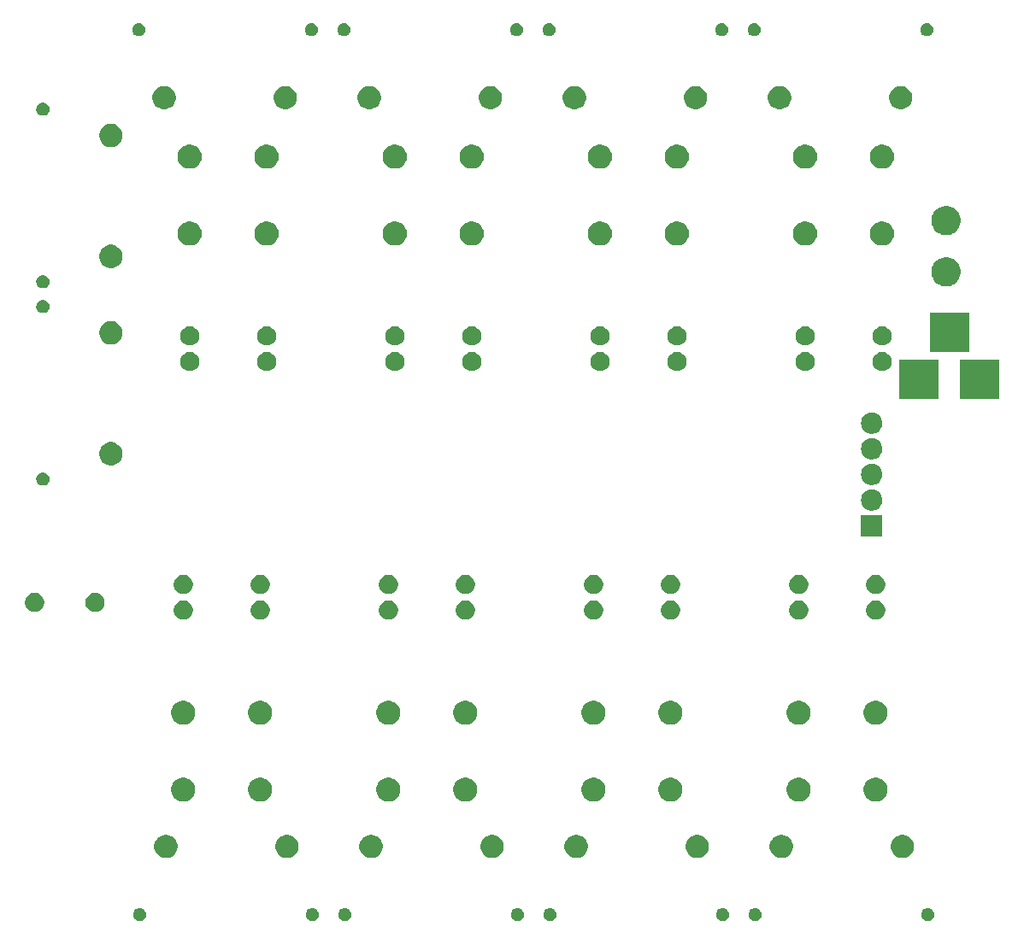
<source format=gbs>
%TF.GenerationSoftware,KiCad,Pcbnew,(5.0.1)-3*%
%TF.CreationDate,2018-12-23T11:35:52+11:00*%
%TF.ProjectId,1Wire-AC_Zoning,31576972652D41435F5A6F6E696E672E,1.2*%
%TF.SameCoordinates,Original*%
%TF.FileFunction,Soldermask,Bot*%
%TF.FilePolarity,Negative*%
%FSLAX46Y46*%
G04 Gerber Fmt 4.6, Leading zero omitted, Abs format (unit mm)*
G04 Created by KiCad (PCBNEW (5.0.1)-3) date 23/12/2018 11:35:52 AM*
%MOMM*%
%LPD*%
G01*
G04 APERTURE LIST*
%ADD10C,0.100000*%
G04 APERTURE END LIST*
D10*
G36*
X160124738Y-142553653D02*
X160166598Y-142561979D01*
X160201245Y-142576330D01*
X160284890Y-142610977D01*
X160391354Y-142682114D01*
X160481886Y-142772646D01*
X160553023Y-142879110D01*
X160602021Y-142997403D01*
X160627000Y-143122979D01*
X160627000Y-143251021D01*
X160602021Y-143376597D01*
X160553023Y-143494890D01*
X160481886Y-143601354D01*
X160391354Y-143691886D01*
X160284890Y-143763023D01*
X160201245Y-143797670D01*
X160166598Y-143812021D01*
X160124738Y-143820347D01*
X160041021Y-143837000D01*
X159912979Y-143837000D01*
X159829262Y-143820347D01*
X159787402Y-143812021D01*
X159752755Y-143797670D01*
X159669110Y-143763023D01*
X159562646Y-143691886D01*
X159472114Y-143601354D01*
X159400977Y-143494890D01*
X159351979Y-143376597D01*
X159327000Y-143251021D01*
X159327000Y-143122979D01*
X159351979Y-142997403D01*
X159400977Y-142879110D01*
X159472114Y-142772646D01*
X159562646Y-142682114D01*
X159669110Y-142610977D01*
X159752755Y-142576330D01*
X159787402Y-142561979D01*
X159829262Y-142553653D01*
X159912979Y-142537000D01*
X160041021Y-142537000D01*
X160124738Y-142553653D01*
X160124738Y-142553653D01*
G37*
G36*
X183664738Y-142553653D02*
X183706598Y-142561979D01*
X183741245Y-142576330D01*
X183824890Y-142610977D01*
X183931354Y-142682114D01*
X184021886Y-142772646D01*
X184093023Y-142879110D01*
X184142021Y-142997403D01*
X184167000Y-143122979D01*
X184167000Y-143251021D01*
X184142021Y-143376597D01*
X184093023Y-143494890D01*
X184021886Y-143601354D01*
X183931354Y-143691886D01*
X183824890Y-143763023D01*
X183741245Y-143797670D01*
X183706598Y-143812021D01*
X183664738Y-143820347D01*
X183581021Y-143837000D01*
X183452979Y-143837000D01*
X183369262Y-143820347D01*
X183327402Y-143812021D01*
X183292755Y-143797670D01*
X183209110Y-143763023D01*
X183102646Y-143691886D01*
X183012114Y-143601354D01*
X182940977Y-143494890D01*
X182891979Y-143376597D01*
X182867000Y-143251021D01*
X182867000Y-143122979D01*
X182891979Y-142997403D01*
X182940977Y-142879110D01*
X183012114Y-142772646D01*
X183102646Y-142682114D01*
X183209110Y-142610977D01*
X183292755Y-142576330D01*
X183327402Y-142561979D01*
X183369262Y-142553653D01*
X183452979Y-142537000D01*
X183581021Y-142537000D01*
X183664738Y-142553653D01*
X183664738Y-142553653D01*
G37*
G36*
X200764738Y-142553653D02*
X200806598Y-142561979D01*
X200841245Y-142576330D01*
X200924890Y-142610977D01*
X201031354Y-142682114D01*
X201121886Y-142772646D01*
X201193023Y-142879110D01*
X201242021Y-142997403D01*
X201267000Y-143122979D01*
X201267000Y-143251021D01*
X201242021Y-143376597D01*
X201193023Y-143494890D01*
X201121886Y-143601354D01*
X201031354Y-143691886D01*
X200924890Y-143763023D01*
X200841245Y-143797670D01*
X200806598Y-143812021D01*
X200764738Y-143820347D01*
X200681021Y-143837000D01*
X200552979Y-143837000D01*
X200469262Y-143820347D01*
X200427402Y-143812021D01*
X200392755Y-143797670D01*
X200309110Y-143763023D01*
X200202646Y-143691886D01*
X200112114Y-143601354D01*
X200040977Y-143494890D01*
X199991979Y-143376597D01*
X199967000Y-143251021D01*
X199967000Y-143122979D01*
X199991979Y-142997403D01*
X200040977Y-142879110D01*
X200112114Y-142772646D01*
X200202646Y-142682114D01*
X200309110Y-142610977D01*
X200392755Y-142576330D01*
X200427402Y-142561979D01*
X200469262Y-142553653D01*
X200552979Y-142537000D01*
X200681021Y-142537000D01*
X200764738Y-142553653D01*
X200764738Y-142553653D01*
G37*
G36*
X163344738Y-142553653D02*
X163386598Y-142561979D01*
X163421245Y-142576330D01*
X163504890Y-142610977D01*
X163611354Y-142682114D01*
X163701886Y-142772646D01*
X163773023Y-142879110D01*
X163822021Y-142997403D01*
X163847000Y-143122979D01*
X163847000Y-143251021D01*
X163822021Y-143376597D01*
X163773023Y-143494890D01*
X163701886Y-143601354D01*
X163611354Y-143691886D01*
X163504890Y-143763023D01*
X163421245Y-143797670D01*
X163386598Y-143812021D01*
X163344738Y-143820347D01*
X163261021Y-143837000D01*
X163132979Y-143837000D01*
X163049262Y-143820347D01*
X163007402Y-143812021D01*
X162972755Y-143797670D01*
X162889110Y-143763023D01*
X162782646Y-143691886D01*
X162692114Y-143601354D01*
X162620977Y-143494890D01*
X162571979Y-143376597D01*
X162547000Y-143251021D01*
X162547000Y-143122979D01*
X162571979Y-142997403D01*
X162620977Y-142879110D01*
X162692114Y-142772646D01*
X162782646Y-142682114D01*
X162889110Y-142610977D01*
X162972755Y-142576330D01*
X163007402Y-142561979D01*
X163049262Y-142553653D01*
X163132979Y-142537000D01*
X163261021Y-142537000D01*
X163344738Y-142553653D01*
X163344738Y-142553653D01*
G37*
G36*
X180444738Y-142553653D02*
X180486598Y-142561979D01*
X180521245Y-142576330D01*
X180604890Y-142610977D01*
X180711354Y-142682114D01*
X180801886Y-142772646D01*
X180873023Y-142879110D01*
X180922021Y-142997403D01*
X180947000Y-143122979D01*
X180947000Y-143251021D01*
X180922021Y-143376597D01*
X180873023Y-143494890D01*
X180801886Y-143601354D01*
X180711354Y-143691886D01*
X180604890Y-143763023D01*
X180521245Y-143797670D01*
X180486598Y-143812021D01*
X180444738Y-143820347D01*
X180361021Y-143837000D01*
X180232979Y-143837000D01*
X180149262Y-143820347D01*
X180107402Y-143812021D01*
X180072755Y-143797670D01*
X179989110Y-143763023D01*
X179882646Y-143691886D01*
X179792114Y-143601354D01*
X179720977Y-143494890D01*
X179671979Y-143376597D01*
X179647000Y-143251021D01*
X179647000Y-143122979D01*
X179671979Y-142997403D01*
X179720977Y-142879110D01*
X179792114Y-142772646D01*
X179882646Y-142682114D01*
X179989110Y-142610977D01*
X180072755Y-142576330D01*
X180107402Y-142561979D01*
X180149262Y-142553653D01*
X180232979Y-142537000D01*
X180361021Y-142537000D01*
X180444738Y-142553653D01*
X180444738Y-142553653D01*
G37*
G36*
X139804738Y-142553653D02*
X139846598Y-142561979D01*
X139881245Y-142576330D01*
X139964890Y-142610977D01*
X140071354Y-142682114D01*
X140161886Y-142772646D01*
X140233023Y-142879110D01*
X140282021Y-142997403D01*
X140307000Y-143122979D01*
X140307000Y-143251021D01*
X140282021Y-143376597D01*
X140233023Y-143494890D01*
X140161886Y-143601354D01*
X140071354Y-143691886D01*
X139964890Y-143763023D01*
X139881245Y-143797670D01*
X139846598Y-143812021D01*
X139804738Y-143820347D01*
X139721021Y-143837000D01*
X139592979Y-143837000D01*
X139509262Y-143820347D01*
X139467402Y-143812021D01*
X139432755Y-143797670D01*
X139349110Y-143763023D01*
X139242646Y-143691886D01*
X139152114Y-143601354D01*
X139080977Y-143494890D01*
X139031979Y-143376597D01*
X139007000Y-143251021D01*
X139007000Y-143122979D01*
X139031979Y-142997403D01*
X139080977Y-142879110D01*
X139152114Y-142772646D01*
X139242646Y-142682114D01*
X139349110Y-142610977D01*
X139432755Y-142576330D01*
X139467402Y-142561979D01*
X139509262Y-142553653D01*
X139592979Y-142537000D01*
X139721021Y-142537000D01*
X139804738Y-142553653D01*
X139804738Y-142553653D01*
G37*
G36*
X143024738Y-142553653D02*
X143066598Y-142561979D01*
X143101245Y-142576330D01*
X143184890Y-142610977D01*
X143291354Y-142682114D01*
X143381886Y-142772646D01*
X143453023Y-142879110D01*
X143502021Y-142997403D01*
X143527000Y-143122979D01*
X143527000Y-143251021D01*
X143502021Y-143376597D01*
X143453023Y-143494890D01*
X143381886Y-143601354D01*
X143291354Y-143691886D01*
X143184890Y-143763023D01*
X143101245Y-143797670D01*
X143066598Y-143812021D01*
X143024738Y-143820347D01*
X142941021Y-143837000D01*
X142812979Y-143837000D01*
X142729262Y-143820347D01*
X142687402Y-143812021D01*
X142652755Y-143797670D01*
X142569110Y-143763023D01*
X142462646Y-143691886D01*
X142372114Y-143601354D01*
X142300977Y-143494890D01*
X142251979Y-143376597D01*
X142227000Y-143251021D01*
X142227000Y-143122979D01*
X142251979Y-142997403D01*
X142300977Y-142879110D01*
X142372114Y-142772646D01*
X142462646Y-142682114D01*
X142569110Y-142610977D01*
X142652755Y-142576330D01*
X142687402Y-142561979D01*
X142729262Y-142553653D01*
X142812979Y-142537000D01*
X142941021Y-142537000D01*
X143024738Y-142553653D01*
X143024738Y-142553653D01*
G37*
G36*
X122704738Y-142553653D02*
X122746598Y-142561979D01*
X122781245Y-142576330D01*
X122864890Y-142610977D01*
X122971354Y-142682114D01*
X123061886Y-142772646D01*
X123133023Y-142879110D01*
X123182021Y-142997403D01*
X123207000Y-143122979D01*
X123207000Y-143251021D01*
X123182021Y-143376597D01*
X123133023Y-143494890D01*
X123061886Y-143601354D01*
X122971354Y-143691886D01*
X122864890Y-143763023D01*
X122781245Y-143797670D01*
X122746598Y-143812021D01*
X122704738Y-143820347D01*
X122621021Y-143837000D01*
X122492979Y-143837000D01*
X122409262Y-143820347D01*
X122367402Y-143812021D01*
X122332755Y-143797670D01*
X122249110Y-143763023D01*
X122142646Y-143691886D01*
X122052114Y-143601354D01*
X121980977Y-143494890D01*
X121931979Y-143376597D01*
X121907000Y-143251021D01*
X121907000Y-143122979D01*
X121931979Y-142997403D01*
X121980977Y-142879110D01*
X122052114Y-142772646D01*
X122142646Y-142682114D01*
X122249110Y-142610977D01*
X122332755Y-142576330D01*
X122367402Y-142561979D01*
X122409262Y-142553653D01*
X122492979Y-142537000D01*
X122621021Y-142537000D01*
X122704738Y-142553653D01*
X122704738Y-142553653D01*
G37*
G36*
X137482443Y-135341194D02*
X137691728Y-135427883D01*
X137880085Y-135553739D01*
X138040261Y-135713915D01*
X138166117Y-135902272D01*
X138252806Y-136111557D01*
X138297000Y-136333734D01*
X138297000Y-136560266D01*
X138252806Y-136782443D01*
X138166117Y-136991728D01*
X138040261Y-137180085D01*
X137880085Y-137340261D01*
X137691728Y-137466117D01*
X137482443Y-137552806D01*
X137260266Y-137597000D01*
X137033734Y-137597000D01*
X136811557Y-137552806D01*
X136602272Y-137466117D01*
X136413915Y-137340261D01*
X136253739Y-137180085D01*
X136127883Y-136991728D01*
X136041194Y-136782443D01*
X135997000Y-136560266D01*
X135997000Y-136333734D01*
X136041194Y-136111557D01*
X136127883Y-135902272D01*
X136253739Y-135713915D01*
X136413915Y-135553739D01*
X136602272Y-135427883D01*
X136811557Y-135341194D01*
X137033734Y-135297000D01*
X137260266Y-135297000D01*
X137482443Y-135341194D01*
X137482443Y-135341194D01*
G37*
G36*
X125492443Y-135341194D02*
X125701728Y-135427883D01*
X125890085Y-135553739D01*
X126050261Y-135713915D01*
X126176117Y-135902272D01*
X126262806Y-136111557D01*
X126307000Y-136333734D01*
X126307000Y-136560266D01*
X126262806Y-136782443D01*
X126176117Y-136991728D01*
X126050261Y-137180085D01*
X125890085Y-137340261D01*
X125701728Y-137466117D01*
X125492443Y-137552806D01*
X125270266Y-137597000D01*
X125043734Y-137597000D01*
X124821557Y-137552806D01*
X124612272Y-137466117D01*
X124423915Y-137340261D01*
X124263739Y-137180085D01*
X124137883Y-136991728D01*
X124051194Y-136782443D01*
X124007000Y-136560266D01*
X124007000Y-136333734D01*
X124051194Y-136111557D01*
X124137883Y-135902272D01*
X124263739Y-135713915D01*
X124423915Y-135553739D01*
X124612272Y-135427883D01*
X124821557Y-135341194D01*
X125043734Y-135297000D01*
X125270266Y-135297000D01*
X125492443Y-135341194D01*
X125492443Y-135341194D01*
G37*
G36*
X145812443Y-135341194D02*
X146021728Y-135427883D01*
X146210085Y-135553739D01*
X146370261Y-135713915D01*
X146496117Y-135902272D01*
X146582806Y-136111557D01*
X146627000Y-136333734D01*
X146627000Y-136560266D01*
X146582806Y-136782443D01*
X146496117Y-136991728D01*
X146370261Y-137180085D01*
X146210085Y-137340261D01*
X146021728Y-137466117D01*
X145812443Y-137552806D01*
X145590266Y-137597000D01*
X145363734Y-137597000D01*
X145141557Y-137552806D01*
X144932272Y-137466117D01*
X144743915Y-137340261D01*
X144583739Y-137180085D01*
X144457883Y-136991728D01*
X144371194Y-136782443D01*
X144327000Y-136560266D01*
X144327000Y-136333734D01*
X144371194Y-136111557D01*
X144457883Y-135902272D01*
X144583739Y-135713915D01*
X144743915Y-135553739D01*
X144932272Y-135427883D01*
X145141557Y-135341194D01*
X145363734Y-135297000D01*
X145590266Y-135297000D01*
X145812443Y-135341194D01*
X145812443Y-135341194D01*
G37*
G36*
X178122443Y-135341194D02*
X178331728Y-135427883D01*
X178520085Y-135553739D01*
X178680261Y-135713915D01*
X178806117Y-135902272D01*
X178892806Y-136111557D01*
X178937000Y-136333734D01*
X178937000Y-136560266D01*
X178892806Y-136782443D01*
X178806117Y-136991728D01*
X178680261Y-137180085D01*
X178520085Y-137340261D01*
X178331728Y-137466117D01*
X178122443Y-137552806D01*
X177900266Y-137597000D01*
X177673734Y-137597000D01*
X177451557Y-137552806D01*
X177242272Y-137466117D01*
X177053915Y-137340261D01*
X176893739Y-137180085D01*
X176767883Y-136991728D01*
X176681194Y-136782443D01*
X176637000Y-136560266D01*
X176637000Y-136333734D01*
X176681194Y-136111557D01*
X176767883Y-135902272D01*
X176893739Y-135713915D01*
X177053915Y-135553739D01*
X177242272Y-135427883D01*
X177451557Y-135341194D01*
X177673734Y-135297000D01*
X177900266Y-135297000D01*
X178122443Y-135341194D01*
X178122443Y-135341194D01*
G37*
G36*
X166132443Y-135341194D02*
X166341728Y-135427883D01*
X166530085Y-135553739D01*
X166690261Y-135713915D01*
X166816117Y-135902272D01*
X166902806Y-136111557D01*
X166947000Y-136333734D01*
X166947000Y-136560266D01*
X166902806Y-136782443D01*
X166816117Y-136991728D01*
X166690261Y-137180085D01*
X166530085Y-137340261D01*
X166341728Y-137466117D01*
X166132443Y-137552806D01*
X165910266Y-137597000D01*
X165683734Y-137597000D01*
X165461557Y-137552806D01*
X165252272Y-137466117D01*
X165063915Y-137340261D01*
X164903739Y-137180085D01*
X164777883Y-136991728D01*
X164691194Y-136782443D01*
X164647000Y-136560266D01*
X164647000Y-136333734D01*
X164691194Y-136111557D01*
X164777883Y-135902272D01*
X164903739Y-135713915D01*
X165063915Y-135553739D01*
X165252272Y-135427883D01*
X165461557Y-135341194D01*
X165683734Y-135297000D01*
X165910266Y-135297000D01*
X166132443Y-135341194D01*
X166132443Y-135341194D01*
G37*
G36*
X157802443Y-135341194D02*
X158011728Y-135427883D01*
X158200085Y-135553739D01*
X158360261Y-135713915D01*
X158486117Y-135902272D01*
X158572806Y-136111557D01*
X158617000Y-136333734D01*
X158617000Y-136560266D01*
X158572806Y-136782443D01*
X158486117Y-136991728D01*
X158360261Y-137180085D01*
X158200085Y-137340261D01*
X158011728Y-137466117D01*
X157802443Y-137552806D01*
X157580266Y-137597000D01*
X157353734Y-137597000D01*
X157131557Y-137552806D01*
X156922272Y-137466117D01*
X156733915Y-137340261D01*
X156573739Y-137180085D01*
X156447883Y-136991728D01*
X156361194Y-136782443D01*
X156317000Y-136560266D01*
X156317000Y-136333734D01*
X156361194Y-136111557D01*
X156447883Y-135902272D01*
X156573739Y-135713915D01*
X156733915Y-135553739D01*
X156922272Y-135427883D01*
X157131557Y-135341194D01*
X157353734Y-135297000D01*
X157580266Y-135297000D01*
X157802443Y-135341194D01*
X157802443Y-135341194D01*
G37*
G36*
X198442443Y-135341194D02*
X198651728Y-135427883D01*
X198840085Y-135553739D01*
X199000261Y-135713915D01*
X199126117Y-135902272D01*
X199212806Y-136111557D01*
X199257000Y-136333734D01*
X199257000Y-136560266D01*
X199212806Y-136782443D01*
X199126117Y-136991728D01*
X199000261Y-137180085D01*
X198840085Y-137340261D01*
X198651728Y-137466117D01*
X198442443Y-137552806D01*
X198220266Y-137597000D01*
X197993734Y-137597000D01*
X197771557Y-137552806D01*
X197562272Y-137466117D01*
X197373915Y-137340261D01*
X197213739Y-137180085D01*
X197087883Y-136991728D01*
X197001194Y-136782443D01*
X196957000Y-136560266D01*
X196957000Y-136333734D01*
X197001194Y-136111557D01*
X197087883Y-135902272D01*
X197213739Y-135713915D01*
X197373915Y-135553739D01*
X197562272Y-135427883D01*
X197771557Y-135341194D01*
X197993734Y-135297000D01*
X198220266Y-135297000D01*
X198442443Y-135341194D01*
X198442443Y-135341194D01*
G37*
G36*
X186452443Y-135341194D02*
X186661728Y-135427883D01*
X186850085Y-135553739D01*
X187010261Y-135713915D01*
X187136117Y-135902272D01*
X187222806Y-136111557D01*
X187267000Y-136333734D01*
X187267000Y-136560266D01*
X187222806Y-136782443D01*
X187136117Y-136991728D01*
X187010261Y-137180085D01*
X186850085Y-137340261D01*
X186661728Y-137466117D01*
X186452443Y-137552806D01*
X186230266Y-137597000D01*
X186003734Y-137597000D01*
X185781557Y-137552806D01*
X185572272Y-137466117D01*
X185383915Y-137340261D01*
X185223739Y-137180085D01*
X185097883Y-136991728D01*
X185011194Y-136782443D01*
X184967000Y-136560266D01*
X184967000Y-136333734D01*
X185011194Y-136111557D01*
X185097883Y-135902272D01*
X185223739Y-135713915D01*
X185383915Y-135553739D01*
X185572272Y-135427883D01*
X185781557Y-135341194D01*
X186003734Y-135297000D01*
X186230266Y-135297000D01*
X186452443Y-135341194D01*
X186452443Y-135341194D01*
G37*
G36*
X175480026Y-129656115D02*
X175698412Y-129746573D01*
X175894958Y-129877901D01*
X176062099Y-130045042D01*
X176193427Y-130241588D01*
X176283885Y-130459974D01*
X176330000Y-130691809D01*
X176330000Y-130928191D01*
X176283885Y-131160026D01*
X176193427Y-131378412D01*
X176062099Y-131574958D01*
X175894958Y-131742099D01*
X175698412Y-131873427D01*
X175480026Y-131963885D01*
X175248191Y-132010000D01*
X175011809Y-132010000D01*
X174779974Y-131963885D01*
X174561588Y-131873427D01*
X174365042Y-131742099D01*
X174197901Y-131574958D01*
X174066573Y-131378412D01*
X173976115Y-131160026D01*
X173930000Y-130928191D01*
X173930000Y-130691809D01*
X173976115Y-130459974D01*
X174066573Y-130241588D01*
X174197901Y-130045042D01*
X174365042Y-129877901D01*
X174561588Y-129746573D01*
X174779974Y-129656115D01*
X175011809Y-129610000D01*
X175248191Y-129610000D01*
X175480026Y-129656115D01*
X175480026Y-129656115D01*
G37*
G36*
X195800026Y-129656115D02*
X196018412Y-129746573D01*
X196214958Y-129877901D01*
X196382099Y-130045042D01*
X196513427Y-130241588D01*
X196603885Y-130459974D01*
X196650000Y-130691809D01*
X196650000Y-130928191D01*
X196603885Y-131160026D01*
X196513427Y-131378412D01*
X196382099Y-131574958D01*
X196214958Y-131742099D01*
X196018412Y-131873427D01*
X195800026Y-131963885D01*
X195568191Y-132010000D01*
X195331809Y-132010000D01*
X195099974Y-131963885D01*
X194881588Y-131873427D01*
X194685042Y-131742099D01*
X194517901Y-131574958D01*
X194386573Y-131378412D01*
X194296115Y-131160026D01*
X194250000Y-130928191D01*
X194250000Y-130691809D01*
X194296115Y-130459974D01*
X194386573Y-130241588D01*
X194517901Y-130045042D01*
X194685042Y-129877901D01*
X194881588Y-129746573D01*
X195099974Y-129656115D01*
X195331809Y-129610000D01*
X195568191Y-129610000D01*
X195800026Y-129656115D01*
X195800026Y-129656115D01*
G37*
G36*
X188180026Y-129656115D02*
X188398412Y-129746573D01*
X188594958Y-129877901D01*
X188762099Y-130045042D01*
X188893427Y-130241588D01*
X188983885Y-130459974D01*
X189030000Y-130691809D01*
X189030000Y-130928191D01*
X188983885Y-131160026D01*
X188893427Y-131378412D01*
X188762099Y-131574958D01*
X188594958Y-131742099D01*
X188398412Y-131873427D01*
X188180026Y-131963885D01*
X187948191Y-132010000D01*
X187711809Y-132010000D01*
X187479974Y-131963885D01*
X187261588Y-131873427D01*
X187065042Y-131742099D01*
X186897901Y-131574958D01*
X186766573Y-131378412D01*
X186676115Y-131160026D01*
X186630000Y-130928191D01*
X186630000Y-130691809D01*
X186676115Y-130459974D01*
X186766573Y-130241588D01*
X186897901Y-130045042D01*
X187065042Y-129877901D01*
X187261588Y-129746573D01*
X187479974Y-129656115D01*
X187711809Y-129610000D01*
X187948191Y-129610000D01*
X188180026Y-129656115D01*
X188180026Y-129656115D01*
G37*
G36*
X147540026Y-129656115D02*
X147758412Y-129746573D01*
X147954958Y-129877901D01*
X148122099Y-130045042D01*
X148253427Y-130241588D01*
X148343885Y-130459974D01*
X148390000Y-130691809D01*
X148390000Y-130928191D01*
X148343885Y-131160026D01*
X148253427Y-131378412D01*
X148122099Y-131574958D01*
X147954958Y-131742099D01*
X147758412Y-131873427D01*
X147540026Y-131963885D01*
X147308191Y-132010000D01*
X147071809Y-132010000D01*
X146839974Y-131963885D01*
X146621588Y-131873427D01*
X146425042Y-131742099D01*
X146257901Y-131574958D01*
X146126573Y-131378412D01*
X146036115Y-131160026D01*
X145990000Y-130928191D01*
X145990000Y-130691809D01*
X146036115Y-130459974D01*
X146126573Y-130241588D01*
X146257901Y-130045042D01*
X146425042Y-129877901D01*
X146621588Y-129746573D01*
X146839974Y-129656115D01*
X147071809Y-129610000D01*
X147308191Y-129610000D01*
X147540026Y-129656115D01*
X147540026Y-129656115D01*
G37*
G36*
X134840026Y-129656115D02*
X135058412Y-129746573D01*
X135254958Y-129877901D01*
X135422099Y-130045042D01*
X135553427Y-130241588D01*
X135643885Y-130459974D01*
X135690000Y-130691809D01*
X135690000Y-130928191D01*
X135643885Y-131160026D01*
X135553427Y-131378412D01*
X135422099Y-131574958D01*
X135254958Y-131742099D01*
X135058412Y-131873427D01*
X134840026Y-131963885D01*
X134608191Y-132010000D01*
X134371809Y-132010000D01*
X134139974Y-131963885D01*
X133921588Y-131873427D01*
X133725042Y-131742099D01*
X133557901Y-131574958D01*
X133426573Y-131378412D01*
X133336115Y-131160026D01*
X133290000Y-130928191D01*
X133290000Y-130691809D01*
X133336115Y-130459974D01*
X133426573Y-130241588D01*
X133557901Y-130045042D01*
X133725042Y-129877901D01*
X133921588Y-129746573D01*
X134139974Y-129656115D01*
X134371809Y-129610000D01*
X134608191Y-129610000D01*
X134840026Y-129656115D01*
X134840026Y-129656115D01*
G37*
G36*
X155160026Y-129656115D02*
X155378412Y-129746573D01*
X155574958Y-129877901D01*
X155742099Y-130045042D01*
X155873427Y-130241588D01*
X155963885Y-130459974D01*
X156010000Y-130691809D01*
X156010000Y-130928191D01*
X155963885Y-131160026D01*
X155873427Y-131378412D01*
X155742099Y-131574958D01*
X155574958Y-131742099D01*
X155378412Y-131873427D01*
X155160026Y-131963885D01*
X154928191Y-132010000D01*
X154691809Y-132010000D01*
X154459974Y-131963885D01*
X154241588Y-131873427D01*
X154045042Y-131742099D01*
X153877901Y-131574958D01*
X153746573Y-131378412D01*
X153656115Y-131160026D01*
X153610000Y-130928191D01*
X153610000Y-130691809D01*
X153656115Y-130459974D01*
X153746573Y-130241588D01*
X153877901Y-130045042D01*
X154045042Y-129877901D01*
X154241588Y-129746573D01*
X154459974Y-129656115D01*
X154691809Y-129610000D01*
X154928191Y-129610000D01*
X155160026Y-129656115D01*
X155160026Y-129656115D01*
G37*
G36*
X167860026Y-129656115D02*
X168078412Y-129746573D01*
X168274958Y-129877901D01*
X168442099Y-130045042D01*
X168573427Y-130241588D01*
X168663885Y-130459974D01*
X168710000Y-130691809D01*
X168710000Y-130928191D01*
X168663885Y-131160026D01*
X168573427Y-131378412D01*
X168442099Y-131574958D01*
X168274958Y-131742099D01*
X168078412Y-131873427D01*
X167860026Y-131963885D01*
X167628191Y-132010000D01*
X167391809Y-132010000D01*
X167159974Y-131963885D01*
X166941588Y-131873427D01*
X166745042Y-131742099D01*
X166577901Y-131574958D01*
X166446573Y-131378412D01*
X166356115Y-131160026D01*
X166310000Y-130928191D01*
X166310000Y-130691809D01*
X166356115Y-130459974D01*
X166446573Y-130241588D01*
X166577901Y-130045042D01*
X166745042Y-129877901D01*
X166941588Y-129746573D01*
X167159974Y-129656115D01*
X167391809Y-129610000D01*
X167628191Y-129610000D01*
X167860026Y-129656115D01*
X167860026Y-129656115D01*
G37*
G36*
X127220026Y-129656115D02*
X127438412Y-129746573D01*
X127634958Y-129877901D01*
X127802099Y-130045042D01*
X127933427Y-130241588D01*
X128023885Y-130459974D01*
X128070000Y-130691809D01*
X128070000Y-130928191D01*
X128023885Y-131160026D01*
X127933427Y-131378412D01*
X127802099Y-131574958D01*
X127634958Y-131742099D01*
X127438412Y-131873427D01*
X127220026Y-131963885D01*
X126988191Y-132010000D01*
X126751809Y-132010000D01*
X126519974Y-131963885D01*
X126301588Y-131873427D01*
X126105042Y-131742099D01*
X125937901Y-131574958D01*
X125806573Y-131378412D01*
X125716115Y-131160026D01*
X125670000Y-130928191D01*
X125670000Y-130691809D01*
X125716115Y-130459974D01*
X125806573Y-130241588D01*
X125937901Y-130045042D01*
X126105042Y-129877901D01*
X126301588Y-129746573D01*
X126519974Y-129656115D01*
X126751809Y-129610000D01*
X126988191Y-129610000D01*
X127220026Y-129656115D01*
X127220026Y-129656115D01*
G37*
G36*
X155160026Y-122036115D02*
X155378412Y-122126573D01*
X155574958Y-122257901D01*
X155742099Y-122425042D01*
X155873427Y-122621588D01*
X155963885Y-122839974D01*
X156010000Y-123071809D01*
X156010000Y-123308191D01*
X155963885Y-123540026D01*
X155873427Y-123758412D01*
X155742099Y-123954958D01*
X155574958Y-124122099D01*
X155378412Y-124253427D01*
X155160026Y-124343885D01*
X154928191Y-124390000D01*
X154691809Y-124390000D01*
X154459974Y-124343885D01*
X154241588Y-124253427D01*
X154045042Y-124122099D01*
X153877901Y-123954958D01*
X153746573Y-123758412D01*
X153656115Y-123540026D01*
X153610000Y-123308191D01*
X153610000Y-123071809D01*
X153656115Y-122839974D01*
X153746573Y-122621588D01*
X153877901Y-122425042D01*
X154045042Y-122257901D01*
X154241588Y-122126573D01*
X154459974Y-122036115D01*
X154691809Y-121990000D01*
X154928191Y-121990000D01*
X155160026Y-122036115D01*
X155160026Y-122036115D01*
G37*
G36*
X147540026Y-122036115D02*
X147758412Y-122126573D01*
X147954958Y-122257901D01*
X148122099Y-122425042D01*
X148253427Y-122621588D01*
X148343885Y-122839974D01*
X148390000Y-123071809D01*
X148390000Y-123308191D01*
X148343885Y-123540026D01*
X148253427Y-123758412D01*
X148122099Y-123954958D01*
X147954958Y-124122099D01*
X147758412Y-124253427D01*
X147540026Y-124343885D01*
X147308191Y-124390000D01*
X147071809Y-124390000D01*
X146839974Y-124343885D01*
X146621588Y-124253427D01*
X146425042Y-124122099D01*
X146257901Y-123954958D01*
X146126573Y-123758412D01*
X146036115Y-123540026D01*
X145990000Y-123308191D01*
X145990000Y-123071809D01*
X146036115Y-122839974D01*
X146126573Y-122621588D01*
X146257901Y-122425042D01*
X146425042Y-122257901D01*
X146621588Y-122126573D01*
X146839974Y-122036115D01*
X147071809Y-121990000D01*
X147308191Y-121990000D01*
X147540026Y-122036115D01*
X147540026Y-122036115D01*
G37*
G36*
X175480026Y-122036115D02*
X175698412Y-122126573D01*
X175894958Y-122257901D01*
X176062099Y-122425042D01*
X176193427Y-122621588D01*
X176283885Y-122839974D01*
X176330000Y-123071809D01*
X176330000Y-123308191D01*
X176283885Y-123540026D01*
X176193427Y-123758412D01*
X176062099Y-123954958D01*
X175894958Y-124122099D01*
X175698412Y-124253427D01*
X175480026Y-124343885D01*
X175248191Y-124390000D01*
X175011809Y-124390000D01*
X174779974Y-124343885D01*
X174561588Y-124253427D01*
X174365042Y-124122099D01*
X174197901Y-123954958D01*
X174066573Y-123758412D01*
X173976115Y-123540026D01*
X173930000Y-123308191D01*
X173930000Y-123071809D01*
X173976115Y-122839974D01*
X174066573Y-122621588D01*
X174197901Y-122425042D01*
X174365042Y-122257901D01*
X174561588Y-122126573D01*
X174779974Y-122036115D01*
X175011809Y-121990000D01*
X175248191Y-121990000D01*
X175480026Y-122036115D01*
X175480026Y-122036115D01*
G37*
G36*
X134840026Y-122036115D02*
X135058412Y-122126573D01*
X135254958Y-122257901D01*
X135422099Y-122425042D01*
X135553427Y-122621588D01*
X135643885Y-122839974D01*
X135690000Y-123071809D01*
X135690000Y-123308191D01*
X135643885Y-123540026D01*
X135553427Y-123758412D01*
X135422099Y-123954958D01*
X135254958Y-124122099D01*
X135058412Y-124253427D01*
X134840026Y-124343885D01*
X134608191Y-124390000D01*
X134371809Y-124390000D01*
X134139974Y-124343885D01*
X133921588Y-124253427D01*
X133725042Y-124122099D01*
X133557901Y-123954958D01*
X133426573Y-123758412D01*
X133336115Y-123540026D01*
X133290000Y-123308191D01*
X133290000Y-123071809D01*
X133336115Y-122839974D01*
X133426573Y-122621588D01*
X133557901Y-122425042D01*
X133725042Y-122257901D01*
X133921588Y-122126573D01*
X134139974Y-122036115D01*
X134371809Y-121990000D01*
X134608191Y-121990000D01*
X134840026Y-122036115D01*
X134840026Y-122036115D01*
G37*
G36*
X188180026Y-122036115D02*
X188398412Y-122126573D01*
X188594958Y-122257901D01*
X188762099Y-122425042D01*
X188893427Y-122621588D01*
X188983885Y-122839974D01*
X189030000Y-123071809D01*
X189030000Y-123308191D01*
X188983885Y-123540026D01*
X188893427Y-123758412D01*
X188762099Y-123954958D01*
X188594958Y-124122099D01*
X188398412Y-124253427D01*
X188180026Y-124343885D01*
X187948191Y-124390000D01*
X187711809Y-124390000D01*
X187479974Y-124343885D01*
X187261588Y-124253427D01*
X187065042Y-124122099D01*
X186897901Y-123954958D01*
X186766573Y-123758412D01*
X186676115Y-123540026D01*
X186630000Y-123308191D01*
X186630000Y-123071809D01*
X186676115Y-122839974D01*
X186766573Y-122621588D01*
X186897901Y-122425042D01*
X187065042Y-122257901D01*
X187261588Y-122126573D01*
X187479974Y-122036115D01*
X187711809Y-121990000D01*
X187948191Y-121990000D01*
X188180026Y-122036115D01*
X188180026Y-122036115D01*
G37*
G36*
X167860026Y-122036115D02*
X168078412Y-122126573D01*
X168274958Y-122257901D01*
X168442099Y-122425042D01*
X168573427Y-122621588D01*
X168663885Y-122839974D01*
X168710000Y-123071809D01*
X168710000Y-123308191D01*
X168663885Y-123540026D01*
X168573427Y-123758412D01*
X168442099Y-123954958D01*
X168274958Y-124122099D01*
X168078412Y-124253427D01*
X167860026Y-124343885D01*
X167628191Y-124390000D01*
X167391809Y-124390000D01*
X167159974Y-124343885D01*
X166941588Y-124253427D01*
X166745042Y-124122099D01*
X166577901Y-123954958D01*
X166446573Y-123758412D01*
X166356115Y-123540026D01*
X166310000Y-123308191D01*
X166310000Y-123071809D01*
X166356115Y-122839974D01*
X166446573Y-122621588D01*
X166577901Y-122425042D01*
X166745042Y-122257901D01*
X166941588Y-122126573D01*
X167159974Y-122036115D01*
X167391809Y-121990000D01*
X167628191Y-121990000D01*
X167860026Y-122036115D01*
X167860026Y-122036115D01*
G37*
G36*
X195800026Y-122036115D02*
X196018412Y-122126573D01*
X196214958Y-122257901D01*
X196382099Y-122425042D01*
X196513427Y-122621588D01*
X196603885Y-122839974D01*
X196650000Y-123071809D01*
X196650000Y-123308191D01*
X196603885Y-123540026D01*
X196513427Y-123758412D01*
X196382099Y-123954958D01*
X196214958Y-124122099D01*
X196018412Y-124253427D01*
X195800026Y-124343885D01*
X195568191Y-124390000D01*
X195331809Y-124390000D01*
X195099974Y-124343885D01*
X194881588Y-124253427D01*
X194685042Y-124122099D01*
X194517901Y-123954958D01*
X194386573Y-123758412D01*
X194296115Y-123540026D01*
X194250000Y-123308191D01*
X194250000Y-123071809D01*
X194296115Y-122839974D01*
X194386573Y-122621588D01*
X194517901Y-122425042D01*
X194685042Y-122257901D01*
X194881588Y-122126573D01*
X195099974Y-122036115D01*
X195331809Y-121990000D01*
X195568191Y-121990000D01*
X195800026Y-122036115D01*
X195800026Y-122036115D01*
G37*
G36*
X127220026Y-122036115D02*
X127438412Y-122126573D01*
X127634958Y-122257901D01*
X127802099Y-122425042D01*
X127933427Y-122621588D01*
X128023885Y-122839974D01*
X128070000Y-123071809D01*
X128070000Y-123308191D01*
X128023885Y-123540026D01*
X127933427Y-123758412D01*
X127802099Y-123954958D01*
X127634958Y-124122099D01*
X127438412Y-124253427D01*
X127220026Y-124343885D01*
X126988191Y-124390000D01*
X126751809Y-124390000D01*
X126519974Y-124343885D01*
X126301588Y-124253427D01*
X126105042Y-124122099D01*
X125937901Y-123954958D01*
X125806573Y-123758412D01*
X125716115Y-123540026D01*
X125670000Y-123308191D01*
X125670000Y-123071809D01*
X125716115Y-122839974D01*
X125806573Y-122621588D01*
X125937901Y-122425042D01*
X126105042Y-122257901D01*
X126301588Y-122126573D01*
X126519974Y-122036115D01*
X126751809Y-121990000D01*
X126988191Y-121990000D01*
X127220026Y-122036115D01*
X127220026Y-122036115D01*
G37*
G36*
X134629452Y-112089127D02*
X134767105Y-112116508D01*
X134939994Y-112188121D01*
X135095590Y-112292087D01*
X135227913Y-112424410D01*
X135331879Y-112580006D01*
X135403492Y-112752895D01*
X135440000Y-112936433D01*
X135440000Y-113123567D01*
X135403492Y-113307105D01*
X135331879Y-113479994D01*
X135227913Y-113635590D01*
X135095590Y-113767913D01*
X134939994Y-113871879D01*
X134767105Y-113943492D01*
X134629452Y-113970873D01*
X134583568Y-113980000D01*
X134396432Y-113980000D01*
X134350548Y-113970873D01*
X134212895Y-113943492D01*
X134040006Y-113871879D01*
X133884410Y-113767913D01*
X133752087Y-113635590D01*
X133648121Y-113479994D01*
X133576508Y-113307105D01*
X133540000Y-113123567D01*
X133540000Y-112936433D01*
X133576508Y-112752895D01*
X133648121Y-112580006D01*
X133752087Y-112424410D01*
X133884410Y-112292087D01*
X134040006Y-112188121D01*
X134212895Y-112116508D01*
X134350548Y-112089127D01*
X134396432Y-112080000D01*
X134583568Y-112080000D01*
X134629452Y-112089127D01*
X134629452Y-112089127D01*
G37*
G36*
X175269452Y-112089127D02*
X175407105Y-112116508D01*
X175579994Y-112188121D01*
X175735590Y-112292087D01*
X175867913Y-112424410D01*
X175971879Y-112580006D01*
X176043492Y-112752895D01*
X176080000Y-112936433D01*
X176080000Y-113123567D01*
X176043492Y-113307105D01*
X175971879Y-113479994D01*
X175867913Y-113635590D01*
X175735590Y-113767913D01*
X175579994Y-113871879D01*
X175407105Y-113943492D01*
X175269452Y-113970873D01*
X175223568Y-113980000D01*
X175036432Y-113980000D01*
X174990548Y-113970873D01*
X174852895Y-113943492D01*
X174680006Y-113871879D01*
X174524410Y-113767913D01*
X174392087Y-113635590D01*
X174288121Y-113479994D01*
X174216508Y-113307105D01*
X174180000Y-113123567D01*
X174180000Y-112936433D01*
X174216508Y-112752895D01*
X174288121Y-112580006D01*
X174392087Y-112424410D01*
X174524410Y-112292087D01*
X174680006Y-112188121D01*
X174852895Y-112116508D01*
X174990548Y-112089127D01*
X175036432Y-112080000D01*
X175223568Y-112080000D01*
X175269452Y-112089127D01*
X175269452Y-112089127D01*
G37*
G36*
X154949452Y-112089127D02*
X155087105Y-112116508D01*
X155259994Y-112188121D01*
X155415590Y-112292087D01*
X155547913Y-112424410D01*
X155651879Y-112580006D01*
X155723492Y-112752895D01*
X155760000Y-112936433D01*
X155760000Y-113123567D01*
X155723492Y-113307105D01*
X155651879Y-113479994D01*
X155547913Y-113635590D01*
X155415590Y-113767913D01*
X155259994Y-113871879D01*
X155087105Y-113943492D01*
X154949452Y-113970873D01*
X154903568Y-113980000D01*
X154716432Y-113980000D01*
X154670548Y-113970873D01*
X154532895Y-113943492D01*
X154360006Y-113871879D01*
X154204410Y-113767913D01*
X154072087Y-113635590D01*
X153968121Y-113479994D01*
X153896508Y-113307105D01*
X153860000Y-113123567D01*
X153860000Y-112936433D01*
X153896508Y-112752895D01*
X153968121Y-112580006D01*
X154072087Y-112424410D01*
X154204410Y-112292087D01*
X154360006Y-112188121D01*
X154532895Y-112116508D01*
X154670548Y-112089127D01*
X154716432Y-112080000D01*
X154903568Y-112080000D01*
X154949452Y-112089127D01*
X154949452Y-112089127D01*
G37*
G36*
X167649452Y-112089127D02*
X167787105Y-112116508D01*
X167959994Y-112188121D01*
X168115590Y-112292087D01*
X168247913Y-112424410D01*
X168351879Y-112580006D01*
X168423492Y-112752895D01*
X168460000Y-112936433D01*
X168460000Y-113123567D01*
X168423492Y-113307105D01*
X168351879Y-113479994D01*
X168247913Y-113635590D01*
X168115590Y-113767913D01*
X167959994Y-113871879D01*
X167787105Y-113943492D01*
X167649452Y-113970873D01*
X167603568Y-113980000D01*
X167416432Y-113980000D01*
X167370548Y-113970873D01*
X167232895Y-113943492D01*
X167060006Y-113871879D01*
X166904410Y-113767913D01*
X166772087Y-113635590D01*
X166668121Y-113479994D01*
X166596508Y-113307105D01*
X166560000Y-113123567D01*
X166560000Y-112936433D01*
X166596508Y-112752895D01*
X166668121Y-112580006D01*
X166772087Y-112424410D01*
X166904410Y-112292087D01*
X167060006Y-112188121D01*
X167232895Y-112116508D01*
X167370548Y-112089127D01*
X167416432Y-112080000D01*
X167603568Y-112080000D01*
X167649452Y-112089127D01*
X167649452Y-112089127D01*
G37*
G36*
X127009452Y-112089127D02*
X127147105Y-112116508D01*
X127319994Y-112188121D01*
X127475590Y-112292087D01*
X127607913Y-112424410D01*
X127711879Y-112580006D01*
X127783492Y-112752895D01*
X127820000Y-112936433D01*
X127820000Y-113123567D01*
X127783492Y-113307105D01*
X127711879Y-113479994D01*
X127607913Y-113635590D01*
X127475590Y-113767913D01*
X127319994Y-113871879D01*
X127147105Y-113943492D01*
X127009452Y-113970873D01*
X126963568Y-113980000D01*
X126776432Y-113980000D01*
X126730548Y-113970873D01*
X126592895Y-113943492D01*
X126420006Y-113871879D01*
X126264410Y-113767913D01*
X126132087Y-113635590D01*
X126028121Y-113479994D01*
X125956508Y-113307105D01*
X125920000Y-113123567D01*
X125920000Y-112936433D01*
X125956508Y-112752895D01*
X126028121Y-112580006D01*
X126132087Y-112424410D01*
X126264410Y-112292087D01*
X126420006Y-112188121D01*
X126592895Y-112116508D01*
X126730548Y-112089127D01*
X126776432Y-112080000D01*
X126963568Y-112080000D01*
X127009452Y-112089127D01*
X127009452Y-112089127D01*
G37*
G36*
X147329452Y-112089127D02*
X147467105Y-112116508D01*
X147639994Y-112188121D01*
X147795590Y-112292087D01*
X147927913Y-112424410D01*
X148031879Y-112580006D01*
X148103492Y-112752895D01*
X148140000Y-112936433D01*
X148140000Y-113123567D01*
X148103492Y-113307105D01*
X148031879Y-113479994D01*
X147927913Y-113635590D01*
X147795590Y-113767913D01*
X147639994Y-113871879D01*
X147467105Y-113943492D01*
X147329452Y-113970873D01*
X147283568Y-113980000D01*
X147096432Y-113980000D01*
X147050548Y-113970873D01*
X146912895Y-113943492D01*
X146740006Y-113871879D01*
X146584410Y-113767913D01*
X146452087Y-113635590D01*
X146348121Y-113479994D01*
X146276508Y-113307105D01*
X146240000Y-113123567D01*
X146240000Y-112936433D01*
X146276508Y-112752895D01*
X146348121Y-112580006D01*
X146452087Y-112424410D01*
X146584410Y-112292087D01*
X146740006Y-112188121D01*
X146912895Y-112116508D01*
X147050548Y-112089127D01*
X147096432Y-112080000D01*
X147283568Y-112080000D01*
X147329452Y-112089127D01*
X147329452Y-112089127D01*
G37*
G36*
X187969452Y-112089127D02*
X188107105Y-112116508D01*
X188279994Y-112188121D01*
X188435590Y-112292087D01*
X188567913Y-112424410D01*
X188671879Y-112580006D01*
X188743492Y-112752895D01*
X188780000Y-112936433D01*
X188780000Y-113123567D01*
X188743492Y-113307105D01*
X188671879Y-113479994D01*
X188567913Y-113635590D01*
X188435590Y-113767913D01*
X188279994Y-113871879D01*
X188107105Y-113943492D01*
X187969452Y-113970873D01*
X187923568Y-113980000D01*
X187736432Y-113980000D01*
X187690548Y-113970873D01*
X187552895Y-113943492D01*
X187380006Y-113871879D01*
X187224410Y-113767913D01*
X187092087Y-113635590D01*
X186988121Y-113479994D01*
X186916508Y-113307105D01*
X186880000Y-113123567D01*
X186880000Y-112936433D01*
X186916508Y-112752895D01*
X186988121Y-112580006D01*
X187092087Y-112424410D01*
X187224410Y-112292087D01*
X187380006Y-112188121D01*
X187552895Y-112116508D01*
X187690548Y-112089127D01*
X187736432Y-112080000D01*
X187923568Y-112080000D01*
X187969452Y-112089127D01*
X187969452Y-112089127D01*
G37*
G36*
X195589452Y-112089127D02*
X195727105Y-112116508D01*
X195899994Y-112188121D01*
X196055590Y-112292087D01*
X196187913Y-112424410D01*
X196291879Y-112580006D01*
X196363492Y-112752895D01*
X196400000Y-112936433D01*
X196400000Y-113123567D01*
X196363492Y-113307105D01*
X196291879Y-113479994D01*
X196187913Y-113635590D01*
X196055590Y-113767913D01*
X195899994Y-113871879D01*
X195727105Y-113943492D01*
X195589452Y-113970873D01*
X195543568Y-113980000D01*
X195356432Y-113980000D01*
X195310548Y-113970873D01*
X195172895Y-113943492D01*
X195000006Y-113871879D01*
X194844410Y-113767913D01*
X194712087Y-113635590D01*
X194608121Y-113479994D01*
X194536508Y-113307105D01*
X194500000Y-113123567D01*
X194500000Y-112936433D01*
X194536508Y-112752895D01*
X194608121Y-112580006D01*
X194712087Y-112424410D01*
X194844410Y-112292087D01*
X195000006Y-112188121D01*
X195172895Y-112116508D01*
X195310548Y-112089127D01*
X195356432Y-112080000D01*
X195543568Y-112080000D01*
X195589452Y-112089127D01*
X195589452Y-112089127D01*
G37*
G36*
X112281452Y-111327127D02*
X112419105Y-111354508D01*
X112591994Y-111426121D01*
X112747590Y-111530087D01*
X112879913Y-111662410D01*
X112983879Y-111818006D01*
X113055492Y-111990895D01*
X113092000Y-112174433D01*
X113092000Y-112361567D01*
X113055492Y-112545105D01*
X112983879Y-112717994D01*
X112879913Y-112873590D01*
X112747590Y-113005913D01*
X112591994Y-113109879D01*
X112419105Y-113181492D01*
X112281452Y-113208873D01*
X112235568Y-113218000D01*
X112048432Y-113218000D01*
X112002548Y-113208873D01*
X111864895Y-113181492D01*
X111692006Y-113109879D01*
X111536410Y-113005913D01*
X111404087Y-112873590D01*
X111300121Y-112717994D01*
X111228508Y-112545105D01*
X111192000Y-112361567D01*
X111192000Y-112174433D01*
X111228508Y-111990895D01*
X111300121Y-111818006D01*
X111404087Y-111662410D01*
X111536410Y-111530087D01*
X111692006Y-111426121D01*
X111864895Y-111354508D01*
X112002548Y-111327127D01*
X112048432Y-111318000D01*
X112235568Y-111318000D01*
X112281452Y-111327127D01*
X112281452Y-111327127D01*
G37*
G36*
X118281452Y-111327127D02*
X118419105Y-111354508D01*
X118591994Y-111426121D01*
X118747590Y-111530087D01*
X118879913Y-111662410D01*
X118983879Y-111818006D01*
X119055492Y-111990895D01*
X119092000Y-112174433D01*
X119092000Y-112361567D01*
X119055492Y-112545105D01*
X118983879Y-112717994D01*
X118879913Y-112873590D01*
X118747590Y-113005913D01*
X118591994Y-113109879D01*
X118419105Y-113181492D01*
X118281452Y-113208873D01*
X118235568Y-113218000D01*
X118048432Y-113218000D01*
X118002548Y-113208873D01*
X117864895Y-113181492D01*
X117692006Y-113109879D01*
X117536410Y-113005913D01*
X117404087Y-112873590D01*
X117300121Y-112717994D01*
X117228508Y-112545105D01*
X117192000Y-112361567D01*
X117192000Y-112174433D01*
X117228508Y-111990895D01*
X117300121Y-111818006D01*
X117404087Y-111662410D01*
X117536410Y-111530087D01*
X117692006Y-111426121D01*
X117864895Y-111354508D01*
X118002548Y-111327127D01*
X118048432Y-111318000D01*
X118235568Y-111318000D01*
X118281452Y-111327127D01*
X118281452Y-111327127D01*
G37*
G36*
X167649452Y-109549127D02*
X167787105Y-109576508D01*
X167959994Y-109648121D01*
X168115590Y-109752087D01*
X168247913Y-109884410D01*
X168351879Y-110040006D01*
X168423492Y-110212895D01*
X168460000Y-110396433D01*
X168460000Y-110583567D01*
X168423492Y-110767105D01*
X168351879Y-110939994D01*
X168247913Y-111095590D01*
X168115590Y-111227913D01*
X167959994Y-111331879D01*
X167787105Y-111403492D01*
X167673341Y-111426121D01*
X167603568Y-111440000D01*
X167416432Y-111440000D01*
X167346659Y-111426121D01*
X167232895Y-111403492D01*
X167060006Y-111331879D01*
X166904410Y-111227913D01*
X166772087Y-111095590D01*
X166668121Y-110939994D01*
X166596508Y-110767105D01*
X166560000Y-110583567D01*
X166560000Y-110396433D01*
X166596508Y-110212895D01*
X166668121Y-110040006D01*
X166772087Y-109884410D01*
X166904410Y-109752087D01*
X167060006Y-109648121D01*
X167232895Y-109576508D01*
X167370548Y-109549127D01*
X167416432Y-109540000D01*
X167603568Y-109540000D01*
X167649452Y-109549127D01*
X167649452Y-109549127D01*
G37*
G36*
X187969452Y-109549127D02*
X188107105Y-109576508D01*
X188279994Y-109648121D01*
X188435590Y-109752087D01*
X188567913Y-109884410D01*
X188671879Y-110040006D01*
X188743492Y-110212895D01*
X188780000Y-110396433D01*
X188780000Y-110583567D01*
X188743492Y-110767105D01*
X188671879Y-110939994D01*
X188567913Y-111095590D01*
X188435590Y-111227913D01*
X188279994Y-111331879D01*
X188107105Y-111403492D01*
X187993341Y-111426121D01*
X187923568Y-111440000D01*
X187736432Y-111440000D01*
X187666659Y-111426121D01*
X187552895Y-111403492D01*
X187380006Y-111331879D01*
X187224410Y-111227913D01*
X187092087Y-111095590D01*
X186988121Y-110939994D01*
X186916508Y-110767105D01*
X186880000Y-110583567D01*
X186880000Y-110396433D01*
X186916508Y-110212895D01*
X186988121Y-110040006D01*
X187092087Y-109884410D01*
X187224410Y-109752087D01*
X187380006Y-109648121D01*
X187552895Y-109576508D01*
X187690548Y-109549127D01*
X187736432Y-109540000D01*
X187923568Y-109540000D01*
X187969452Y-109549127D01*
X187969452Y-109549127D01*
G37*
G36*
X195589452Y-109549127D02*
X195727105Y-109576508D01*
X195899994Y-109648121D01*
X196055590Y-109752087D01*
X196187913Y-109884410D01*
X196291879Y-110040006D01*
X196363492Y-110212895D01*
X196400000Y-110396433D01*
X196400000Y-110583567D01*
X196363492Y-110767105D01*
X196291879Y-110939994D01*
X196187913Y-111095590D01*
X196055590Y-111227913D01*
X195899994Y-111331879D01*
X195727105Y-111403492D01*
X195613341Y-111426121D01*
X195543568Y-111440000D01*
X195356432Y-111440000D01*
X195286659Y-111426121D01*
X195172895Y-111403492D01*
X195000006Y-111331879D01*
X194844410Y-111227913D01*
X194712087Y-111095590D01*
X194608121Y-110939994D01*
X194536508Y-110767105D01*
X194500000Y-110583567D01*
X194500000Y-110396433D01*
X194536508Y-110212895D01*
X194608121Y-110040006D01*
X194712087Y-109884410D01*
X194844410Y-109752087D01*
X195000006Y-109648121D01*
X195172895Y-109576508D01*
X195310548Y-109549127D01*
X195356432Y-109540000D01*
X195543568Y-109540000D01*
X195589452Y-109549127D01*
X195589452Y-109549127D01*
G37*
G36*
X175269452Y-109549127D02*
X175407105Y-109576508D01*
X175579994Y-109648121D01*
X175735590Y-109752087D01*
X175867913Y-109884410D01*
X175971879Y-110040006D01*
X176043492Y-110212895D01*
X176080000Y-110396433D01*
X176080000Y-110583567D01*
X176043492Y-110767105D01*
X175971879Y-110939994D01*
X175867913Y-111095590D01*
X175735590Y-111227913D01*
X175579994Y-111331879D01*
X175407105Y-111403492D01*
X175293341Y-111426121D01*
X175223568Y-111440000D01*
X175036432Y-111440000D01*
X174966659Y-111426121D01*
X174852895Y-111403492D01*
X174680006Y-111331879D01*
X174524410Y-111227913D01*
X174392087Y-111095590D01*
X174288121Y-110939994D01*
X174216508Y-110767105D01*
X174180000Y-110583567D01*
X174180000Y-110396433D01*
X174216508Y-110212895D01*
X174288121Y-110040006D01*
X174392087Y-109884410D01*
X174524410Y-109752087D01*
X174680006Y-109648121D01*
X174852895Y-109576508D01*
X174990548Y-109549127D01*
X175036432Y-109540000D01*
X175223568Y-109540000D01*
X175269452Y-109549127D01*
X175269452Y-109549127D01*
G37*
G36*
X154949452Y-109549127D02*
X155087105Y-109576508D01*
X155259994Y-109648121D01*
X155415590Y-109752087D01*
X155547913Y-109884410D01*
X155651879Y-110040006D01*
X155723492Y-110212895D01*
X155760000Y-110396433D01*
X155760000Y-110583567D01*
X155723492Y-110767105D01*
X155651879Y-110939994D01*
X155547913Y-111095590D01*
X155415590Y-111227913D01*
X155259994Y-111331879D01*
X155087105Y-111403492D01*
X154973341Y-111426121D01*
X154903568Y-111440000D01*
X154716432Y-111440000D01*
X154646659Y-111426121D01*
X154532895Y-111403492D01*
X154360006Y-111331879D01*
X154204410Y-111227913D01*
X154072087Y-111095590D01*
X153968121Y-110939994D01*
X153896508Y-110767105D01*
X153860000Y-110583567D01*
X153860000Y-110396433D01*
X153896508Y-110212895D01*
X153968121Y-110040006D01*
X154072087Y-109884410D01*
X154204410Y-109752087D01*
X154360006Y-109648121D01*
X154532895Y-109576508D01*
X154670548Y-109549127D01*
X154716432Y-109540000D01*
X154903568Y-109540000D01*
X154949452Y-109549127D01*
X154949452Y-109549127D01*
G37*
G36*
X147329452Y-109549127D02*
X147467105Y-109576508D01*
X147639994Y-109648121D01*
X147795590Y-109752087D01*
X147927913Y-109884410D01*
X148031879Y-110040006D01*
X148103492Y-110212895D01*
X148140000Y-110396433D01*
X148140000Y-110583567D01*
X148103492Y-110767105D01*
X148031879Y-110939994D01*
X147927913Y-111095590D01*
X147795590Y-111227913D01*
X147639994Y-111331879D01*
X147467105Y-111403492D01*
X147353341Y-111426121D01*
X147283568Y-111440000D01*
X147096432Y-111440000D01*
X147026659Y-111426121D01*
X146912895Y-111403492D01*
X146740006Y-111331879D01*
X146584410Y-111227913D01*
X146452087Y-111095590D01*
X146348121Y-110939994D01*
X146276508Y-110767105D01*
X146240000Y-110583567D01*
X146240000Y-110396433D01*
X146276508Y-110212895D01*
X146348121Y-110040006D01*
X146452087Y-109884410D01*
X146584410Y-109752087D01*
X146740006Y-109648121D01*
X146912895Y-109576508D01*
X147050548Y-109549127D01*
X147096432Y-109540000D01*
X147283568Y-109540000D01*
X147329452Y-109549127D01*
X147329452Y-109549127D01*
G37*
G36*
X134629452Y-109549127D02*
X134767105Y-109576508D01*
X134939994Y-109648121D01*
X135095590Y-109752087D01*
X135227913Y-109884410D01*
X135331879Y-110040006D01*
X135403492Y-110212895D01*
X135440000Y-110396433D01*
X135440000Y-110583567D01*
X135403492Y-110767105D01*
X135331879Y-110939994D01*
X135227913Y-111095590D01*
X135095590Y-111227913D01*
X134939994Y-111331879D01*
X134767105Y-111403492D01*
X134653341Y-111426121D01*
X134583568Y-111440000D01*
X134396432Y-111440000D01*
X134326659Y-111426121D01*
X134212895Y-111403492D01*
X134040006Y-111331879D01*
X133884410Y-111227913D01*
X133752087Y-111095590D01*
X133648121Y-110939994D01*
X133576508Y-110767105D01*
X133540000Y-110583567D01*
X133540000Y-110396433D01*
X133576508Y-110212895D01*
X133648121Y-110040006D01*
X133752087Y-109884410D01*
X133884410Y-109752087D01*
X134040006Y-109648121D01*
X134212895Y-109576508D01*
X134350548Y-109549127D01*
X134396432Y-109540000D01*
X134583568Y-109540000D01*
X134629452Y-109549127D01*
X134629452Y-109549127D01*
G37*
G36*
X127009452Y-109549127D02*
X127147105Y-109576508D01*
X127319994Y-109648121D01*
X127475590Y-109752087D01*
X127607913Y-109884410D01*
X127711879Y-110040006D01*
X127783492Y-110212895D01*
X127820000Y-110396433D01*
X127820000Y-110583567D01*
X127783492Y-110767105D01*
X127711879Y-110939994D01*
X127607913Y-111095590D01*
X127475590Y-111227913D01*
X127319994Y-111331879D01*
X127147105Y-111403492D01*
X127033341Y-111426121D01*
X126963568Y-111440000D01*
X126776432Y-111440000D01*
X126706659Y-111426121D01*
X126592895Y-111403492D01*
X126420006Y-111331879D01*
X126264410Y-111227913D01*
X126132087Y-111095590D01*
X126028121Y-110939994D01*
X125956508Y-110767105D01*
X125920000Y-110583567D01*
X125920000Y-110396433D01*
X125956508Y-110212895D01*
X126028121Y-110040006D01*
X126132087Y-109884410D01*
X126264410Y-109752087D01*
X126420006Y-109648121D01*
X126592895Y-109576508D01*
X126730548Y-109549127D01*
X126776432Y-109540000D01*
X126963568Y-109540000D01*
X127009452Y-109549127D01*
X127009452Y-109549127D01*
G37*
G36*
X196122000Y-105698000D02*
X194022000Y-105698000D01*
X194022000Y-103598000D01*
X196122000Y-103598000D01*
X196122000Y-105698000D01*
X196122000Y-105698000D01*
G37*
G36*
X195200707Y-101065596D02*
X195277836Y-101073193D01*
X195409787Y-101113220D01*
X195475763Y-101133233D01*
X195658172Y-101230733D01*
X195818054Y-101361946D01*
X195949267Y-101521828D01*
X196046767Y-101704237D01*
X196046767Y-101704238D01*
X196106807Y-101902164D01*
X196127080Y-102108000D01*
X196106807Y-102313836D01*
X196066780Y-102445787D01*
X196046767Y-102511763D01*
X195949267Y-102694172D01*
X195818054Y-102854054D01*
X195658172Y-102985267D01*
X195475763Y-103082767D01*
X195409787Y-103102780D01*
X195277836Y-103142807D01*
X195200707Y-103150404D01*
X195123580Y-103158000D01*
X195020420Y-103158000D01*
X194943293Y-103150404D01*
X194866164Y-103142807D01*
X194734213Y-103102780D01*
X194668237Y-103082767D01*
X194485828Y-102985267D01*
X194325946Y-102854054D01*
X194194733Y-102694172D01*
X194097233Y-102511763D01*
X194077220Y-102445787D01*
X194037193Y-102313836D01*
X194016920Y-102108000D01*
X194037193Y-101902164D01*
X194097233Y-101704238D01*
X194097233Y-101704237D01*
X194194733Y-101521828D01*
X194325946Y-101361946D01*
X194485828Y-101230733D01*
X194668237Y-101133233D01*
X194734213Y-101113220D01*
X194866164Y-101073193D01*
X194943293Y-101065596D01*
X195020420Y-101058000D01*
X195123580Y-101058000D01*
X195200707Y-101065596D01*
X195200707Y-101065596D01*
G37*
G36*
X113119738Y-99399653D02*
X113161598Y-99407979D01*
X113196245Y-99422330D01*
X113279890Y-99456977D01*
X113386354Y-99528114D01*
X113476886Y-99618646D01*
X113548023Y-99725110D01*
X113597021Y-99843403D01*
X113622000Y-99968979D01*
X113622000Y-100097021D01*
X113597021Y-100222597D01*
X113548023Y-100340890D01*
X113476886Y-100447354D01*
X113386354Y-100537886D01*
X113279890Y-100609023D01*
X113196245Y-100643670D01*
X113161598Y-100658021D01*
X113119738Y-100666347D01*
X113036021Y-100683000D01*
X112907979Y-100683000D01*
X112824262Y-100666347D01*
X112782402Y-100658021D01*
X112747755Y-100643670D01*
X112664110Y-100609023D01*
X112557646Y-100537886D01*
X112467114Y-100447354D01*
X112395977Y-100340890D01*
X112346979Y-100222597D01*
X112322000Y-100097021D01*
X112322000Y-99968979D01*
X112346979Y-99843403D01*
X112395977Y-99725110D01*
X112467114Y-99618646D01*
X112557646Y-99528114D01*
X112664110Y-99456977D01*
X112747755Y-99422330D01*
X112782402Y-99407979D01*
X112824262Y-99399653D01*
X112907979Y-99383000D01*
X113036021Y-99383000D01*
X113119738Y-99399653D01*
X113119738Y-99399653D01*
G37*
G36*
X195200707Y-98525596D02*
X195277836Y-98533193D01*
X195409787Y-98573220D01*
X195475763Y-98593233D01*
X195658172Y-98690733D01*
X195818054Y-98821946D01*
X195949267Y-98981828D01*
X196046767Y-99164237D01*
X196046767Y-99164238D01*
X196106807Y-99362164D01*
X196127080Y-99568000D01*
X196106807Y-99773836D01*
X196085704Y-99843402D01*
X196046767Y-99971763D01*
X195949267Y-100154172D01*
X195818054Y-100314054D01*
X195658172Y-100445267D01*
X195475763Y-100542767D01*
X195409787Y-100562780D01*
X195277836Y-100602807D01*
X195200707Y-100610403D01*
X195123580Y-100618000D01*
X195020420Y-100618000D01*
X194943293Y-100610403D01*
X194866164Y-100602807D01*
X194734213Y-100562780D01*
X194668237Y-100542767D01*
X194485828Y-100445267D01*
X194325946Y-100314054D01*
X194194733Y-100154172D01*
X194097233Y-99971763D01*
X194058296Y-99843402D01*
X194037193Y-99773836D01*
X194016920Y-99568000D01*
X194037193Y-99362164D01*
X194097233Y-99164238D01*
X194097233Y-99164237D01*
X194194733Y-98981828D01*
X194325946Y-98821946D01*
X194485828Y-98690733D01*
X194668237Y-98593233D01*
X194734213Y-98573220D01*
X194866164Y-98533193D01*
X194943293Y-98525596D01*
X195020420Y-98518000D01*
X195123580Y-98518000D01*
X195200707Y-98525596D01*
X195200707Y-98525596D01*
G37*
G36*
X120047443Y-96417194D02*
X120256728Y-96503883D01*
X120445085Y-96629739D01*
X120605261Y-96789915D01*
X120731117Y-96978272D01*
X120817806Y-97187557D01*
X120862000Y-97409734D01*
X120862000Y-97636266D01*
X120817806Y-97858443D01*
X120731117Y-98067728D01*
X120605261Y-98256085D01*
X120445085Y-98416261D01*
X120256728Y-98542117D01*
X120047443Y-98628806D01*
X119825266Y-98673000D01*
X119598734Y-98673000D01*
X119376557Y-98628806D01*
X119167272Y-98542117D01*
X118978915Y-98416261D01*
X118818739Y-98256085D01*
X118692883Y-98067728D01*
X118606194Y-97858443D01*
X118562000Y-97636266D01*
X118562000Y-97409734D01*
X118606194Y-97187557D01*
X118692883Y-96978272D01*
X118818739Y-96789915D01*
X118978915Y-96629739D01*
X119167272Y-96503883D01*
X119376557Y-96417194D01*
X119598734Y-96373000D01*
X119825266Y-96373000D01*
X120047443Y-96417194D01*
X120047443Y-96417194D01*
G37*
G36*
X195200707Y-95985596D02*
X195277836Y-95993193D01*
X195409787Y-96033220D01*
X195475763Y-96053233D01*
X195658172Y-96150733D01*
X195818054Y-96281946D01*
X195949267Y-96441828D01*
X196046767Y-96624237D01*
X196046767Y-96624238D01*
X196106807Y-96822164D01*
X196127080Y-97028000D01*
X196106807Y-97233836D01*
X196066780Y-97365787D01*
X196046767Y-97431763D01*
X195949267Y-97614172D01*
X195818054Y-97774054D01*
X195658172Y-97905267D01*
X195475763Y-98002767D01*
X195409787Y-98022780D01*
X195277836Y-98062807D01*
X195200707Y-98070403D01*
X195123580Y-98078000D01*
X195020420Y-98078000D01*
X194943293Y-98070403D01*
X194866164Y-98062807D01*
X194734213Y-98022780D01*
X194668237Y-98002767D01*
X194485828Y-97905267D01*
X194325946Y-97774054D01*
X194194733Y-97614172D01*
X194097233Y-97431763D01*
X194077220Y-97365787D01*
X194037193Y-97233836D01*
X194016920Y-97028000D01*
X194037193Y-96822164D01*
X194097233Y-96624238D01*
X194097233Y-96624237D01*
X194194733Y-96441828D01*
X194325946Y-96281946D01*
X194485828Y-96150733D01*
X194668237Y-96053233D01*
X194734213Y-96033220D01*
X194866164Y-95993193D01*
X194943293Y-95985596D01*
X195020420Y-95978000D01*
X195123580Y-95978000D01*
X195200707Y-95985596D01*
X195200707Y-95985596D01*
G37*
G36*
X195200707Y-93445596D02*
X195277836Y-93453193D01*
X195409787Y-93493220D01*
X195475763Y-93513233D01*
X195658172Y-93610733D01*
X195818054Y-93741946D01*
X195949267Y-93901828D01*
X196046767Y-94084237D01*
X196046767Y-94084238D01*
X196106807Y-94282164D01*
X196127080Y-94488000D01*
X196106807Y-94693836D01*
X196066780Y-94825787D01*
X196046767Y-94891763D01*
X195949267Y-95074172D01*
X195818054Y-95234054D01*
X195658172Y-95365267D01*
X195475763Y-95462767D01*
X195409787Y-95482780D01*
X195277836Y-95522807D01*
X195200707Y-95530403D01*
X195123580Y-95538000D01*
X195020420Y-95538000D01*
X194943293Y-95530403D01*
X194866164Y-95522807D01*
X194734213Y-95482780D01*
X194668237Y-95462767D01*
X194485828Y-95365267D01*
X194325946Y-95234054D01*
X194194733Y-95074172D01*
X194097233Y-94891763D01*
X194077220Y-94825787D01*
X194037193Y-94693836D01*
X194016920Y-94488000D01*
X194037193Y-94282164D01*
X194097233Y-94084238D01*
X194097233Y-94084237D01*
X194194733Y-93901828D01*
X194325946Y-93741946D01*
X194485828Y-93610733D01*
X194668237Y-93513233D01*
X194734213Y-93493220D01*
X194866164Y-93453193D01*
X194943293Y-93445596D01*
X195020420Y-93438000D01*
X195123580Y-93438000D01*
X195200707Y-93445596D01*
X195200707Y-93445596D01*
G37*
G36*
X207718400Y-92120060D02*
X203818280Y-92120060D01*
X203818280Y-88219940D01*
X207718400Y-88219940D01*
X207718400Y-92120060D01*
X207718400Y-92120060D01*
G37*
G36*
X201718920Y-92120060D02*
X197818800Y-92120060D01*
X197818800Y-88219940D01*
X201718920Y-88219940D01*
X201718920Y-92120060D01*
X201718920Y-92120060D01*
G37*
G36*
X196230452Y-87451127D02*
X196368105Y-87478508D01*
X196540994Y-87550121D01*
X196696590Y-87654087D01*
X196828913Y-87786410D01*
X196932879Y-87942006D01*
X197004492Y-88114895D01*
X197041000Y-88298433D01*
X197041000Y-88485567D01*
X197004492Y-88669105D01*
X196932879Y-88841994D01*
X196828913Y-88997590D01*
X196696590Y-89129913D01*
X196540994Y-89233879D01*
X196368105Y-89305492D01*
X196230451Y-89332873D01*
X196184568Y-89342000D01*
X195997432Y-89342000D01*
X195951549Y-89332873D01*
X195813895Y-89305492D01*
X195641006Y-89233879D01*
X195485410Y-89129913D01*
X195353087Y-88997590D01*
X195249121Y-88841994D01*
X195177508Y-88669105D01*
X195141000Y-88485567D01*
X195141000Y-88298433D01*
X195177508Y-88114895D01*
X195249121Y-87942006D01*
X195353087Y-87786410D01*
X195485410Y-87654087D01*
X195641006Y-87550121D01*
X195813895Y-87478508D01*
X195951549Y-87451127D01*
X195997432Y-87442000D01*
X196184568Y-87442000D01*
X196230452Y-87451127D01*
X196230452Y-87451127D01*
G37*
G36*
X155590452Y-87451127D02*
X155728105Y-87478508D01*
X155900994Y-87550121D01*
X156056590Y-87654087D01*
X156188913Y-87786410D01*
X156292879Y-87942006D01*
X156364492Y-88114895D01*
X156401000Y-88298433D01*
X156401000Y-88485567D01*
X156364492Y-88669105D01*
X156292879Y-88841994D01*
X156188913Y-88997590D01*
X156056590Y-89129913D01*
X155900994Y-89233879D01*
X155728105Y-89305492D01*
X155590451Y-89332873D01*
X155544568Y-89342000D01*
X155357432Y-89342000D01*
X155311549Y-89332873D01*
X155173895Y-89305492D01*
X155001006Y-89233879D01*
X154845410Y-89129913D01*
X154713087Y-88997590D01*
X154609121Y-88841994D01*
X154537508Y-88669105D01*
X154501000Y-88485567D01*
X154501000Y-88298433D01*
X154537508Y-88114895D01*
X154609121Y-87942006D01*
X154713087Y-87786410D01*
X154845410Y-87654087D01*
X155001006Y-87550121D01*
X155173895Y-87478508D01*
X155311549Y-87451127D01*
X155357432Y-87442000D01*
X155544568Y-87442000D01*
X155590452Y-87451127D01*
X155590452Y-87451127D01*
G37*
G36*
X127650452Y-87451127D02*
X127788105Y-87478508D01*
X127960994Y-87550121D01*
X128116590Y-87654087D01*
X128248913Y-87786410D01*
X128352879Y-87942006D01*
X128424492Y-88114895D01*
X128461000Y-88298433D01*
X128461000Y-88485567D01*
X128424492Y-88669105D01*
X128352879Y-88841994D01*
X128248913Y-88997590D01*
X128116590Y-89129913D01*
X127960994Y-89233879D01*
X127788105Y-89305492D01*
X127650451Y-89332873D01*
X127604568Y-89342000D01*
X127417432Y-89342000D01*
X127371549Y-89332873D01*
X127233895Y-89305492D01*
X127061006Y-89233879D01*
X126905410Y-89129913D01*
X126773087Y-88997590D01*
X126669121Y-88841994D01*
X126597508Y-88669105D01*
X126561000Y-88485567D01*
X126561000Y-88298433D01*
X126597508Y-88114895D01*
X126669121Y-87942006D01*
X126773087Y-87786410D01*
X126905410Y-87654087D01*
X127061006Y-87550121D01*
X127233895Y-87478508D01*
X127371549Y-87451127D01*
X127417432Y-87442000D01*
X127604568Y-87442000D01*
X127650452Y-87451127D01*
X127650452Y-87451127D01*
G37*
G36*
X168290452Y-87451127D02*
X168428105Y-87478508D01*
X168600994Y-87550121D01*
X168756590Y-87654087D01*
X168888913Y-87786410D01*
X168992879Y-87942006D01*
X169064492Y-88114895D01*
X169101000Y-88298433D01*
X169101000Y-88485567D01*
X169064492Y-88669105D01*
X168992879Y-88841994D01*
X168888913Y-88997590D01*
X168756590Y-89129913D01*
X168600994Y-89233879D01*
X168428105Y-89305492D01*
X168290451Y-89332873D01*
X168244568Y-89342000D01*
X168057432Y-89342000D01*
X168011549Y-89332873D01*
X167873895Y-89305492D01*
X167701006Y-89233879D01*
X167545410Y-89129913D01*
X167413087Y-88997590D01*
X167309121Y-88841994D01*
X167237508Y-88669105D01*
X167201000Y-88485567D01*
X167201000Y-88298433D01*
X167237508Y-88114895D01*
X167309121Y-87942006D01*
X167413087Y-87786410D01*
X167545410Y-87654087D01*
X167701006Y-87550121D01*
X167873895Y-87478508D01*
X168011549Y-87451127D01*
X168057432Y-87442000D01*
X168244568Y-87442000D01*
X168290452Y-87451127D01*
X168290452Y-87451127D01*
G37*
G36*
X135270452Y-87451127D02*
X135408105Y-87478508D01*
X135580994Y-87550121D01*
X135736590Y-87654087D01*
X135868913Y-87786410D01*
X135972879Y-87942006D01*
X136044492Y-88114895D01*
X136081000Y-88298433D01*
X136081000Y-88485567D01*
X136044492Y-88669105D01*
X135972879Y-88841994D01*
X135868913Y-88997590D01*
X135736590Y-89129913D01*
X135580994Y-89233879D01*
X135408105Y-89305492D01*
X135270451Y-89332873D01*
X135224568Y-89342000D01*
X135037432Y-89342000D01*
X134991549Y-89332873D01*
X134853895Y-89305492D01*
X134681006Y-89233879D01*
X134525410Y-89129913D01*
X134393087Y-88997590D01*
X134289121Y-88841994D01*
X134217508Y-88669105D01*
X134181000Y-88485567D01*
X134181000Y-88298433D01*
X134217508Y-88114895D01*
X134289121Y-87942006D01*
X134393087Y-87786410D01*
X134525410Y-87654087D01*
X134681006Y-87550121D01*
X134853895Y-87478508D01*
X134991549Y-87451127D01*
X135037432Y-87442000D01*
X135224568Y-87442000D01*
X135270452Y-87451127D01*
X135270452Y-87451127D01*
G37*
G36*
X175910452Y-87451127D02*
X176048105Y-87478508D01*
X176220994Y-87550121D01*
X176376590Y-87654087D01*
X176508913Y-87786410D01*
X176612879Y-87942006D01*
X176684492Y-88114895D01*
X176721000Y-88298433D01*
X176721000Y-88485567D01*
X176684492Y-88669105D01*
X176612879Y-88841994D01*
X176508913Y-88997590D01*
X176376590Y-89129913D01*
X176220994Y-89233879D01*
X176048105Y-89305492D01*
X175910451Y-89332873D01*
X175864568Y-89342000D01*
X175677432Y-89342000D01*
X175631549Y-89332873D01*
X175493895Y-89305492D01*
X175321006Y-89233879D01*
X175165410Y-89129913D01*
X175033087Y-88997590D01*
X174929121Y-88841994D01*
X174857508Y-88669105D01*
X174821000Y-88485567D01*
X174821000Y-88298433D01*
X174857508Y-88114895D01*
X174929121Y-87942006D01*
X175033087Y-87786410D01*
X175165410Y-87654087D01*
X175321006Y-87550121D01*
X175493895Y-87478508D01*
X175631549Y-87451127D01*
X175677432Y-87442000D01*
X175864568Y-87442000D01*
X175910452Y-87451127D01*
X175910452Y-87451127D01*
G37*
G36*
X188610452Y-87451127D02*
X188748105Y-87478508D01*
X188920994Y-87550121D01*
X189076590Y-87654087D01*
X189208913Y-87786410D01*
X189312879Y-87942006D01*
X189384492Y-88114895D01*
X189421000Y-88298433D01*
X189421000Y-88485567D01*
X189384492Y-88669105D01*
X189312879Y-88841994D01*
X189208913Y-88997590D01*
X189076590Y-89129913D01*
X188920994Y-89233879D01*
X188748105Y-89305492D01*
X188610451Y-89332873D01*
X188564568Y-89342000D01*
X188377432Y-89342000D01*
X188331549Y-89332873D01*
X188193895Y-89305492D01*
X188021006Y-89233879D01*
X187865410Y-89129913D01*
X187733087Y-88997590D01*
X187629121Y-88841994D01*
X187557508Y-88669105D01*
X187521000Y-88485567D01*
X187521000Y-88298433D01*
X187557508Y-88114895D01*
X187629121Y-87942006D01*
X187733087Y-87786410D01*
X187865410Y-87654087D01*
X188021006Y-87550121D01*
X188193895Y-87478508D01*
X188331549Y-87451127D01*
X188377432Y-87442000D01*
X188564568Y-87442000D01*
X188610452Y-87451127D01*
X188610452Y-87451127D01*
G37*
G36*
X147970452Y-87451127D02*
X148108105Y-87478508D01*
X148280994Y-87550121D01*
X148436590Y-87654087D01*
X148568913Y-87786410D01*
X148672879Y-87942006D01*
X148744492Y-88114895D01*
X148781000Y-88298433D01*
X148781000Y-88485567D01*
X148744492Y-88669105D01*
X148672879Y-88841994D01*
X148568913Y-88997590D01*
X148436590Y-89129913D01*
X148280994Y-89233879D01*
X148108105Y-89305492D01*
X147970451Y-89332873D01*
X147924568Y-89342000D01*
X147737432Y-89342000D01*
X147691549Y-89332873D01*
X147553895Y-89305492D01*
X147381006Y-89233879D01*
X147225410Y-89129913D01*
X147093087Y-88997590D01*
X146989121Y-88841994D01*
X146917508Y-88669105D01*
X146881000Y-88485567D01*
X146881000Y-88298433D01*
X146917508Y-88114895D01*
X146989121Y-87942006D01*
X147093087Y-87786410D01*
X147225410Y-87654087D01*
X147381006Y-87550121D01*
X147553895Y-87478508D01*
X147691549Y-87451127D01*
X147737432Y-87442000D01*
X147924568Y-87442000D01*
X147970452Y-87451127D01*
X147970452Y-87451127D01*
G37*
G36*
X204718660Y-87421060D02*
X200818540Y-87421060D01*
X200818540Y-83520940D01*
X204718660Y-83520940D01*
X204718660Y-87421060D01*
X204718660Y-87421060D01*
G37*
G36*
X188610452Y-84911127D02*
X188748105Y-84938508D01*
X188920994Y-85010121D01*
X189076590Y-85114087D01*
X189208913Y-85246410D01*
X189312879Y-85402006D01*
X189384492Y-85574895D01*
X189421000Y-85758433D01*
X189421000Y-85945567D01*
X189384492Y-86129105D01*
X189312879Y-86301994D01*
X189208913Y-86457590D01*
X189076590Y-86589913D01*
X188920994Y-86693879D01*
X188748105Y-86765492D01*
X188610452Y-86792873D01*
X188564568Y-86802000D01*
X188377432Y-86802000D01*
X188331548Y-86792873D01*
X188193895Y-86765492D01*
X188021006Y-86693879D01*
X187865410Y-86589913D01*
X187733087Y-86457590D01*
X187629121Y-86301994D01*
X187557508Y-86129105D01*
X187521000Y-85945567D01*
X187521000Y-85758433D01*
X187557508Y-85574895D01*
X187629121Y-85402006D01*
X187733087Y-85246410D01*
X187865410Y-85114087D01*
X188021006Y-85010121D01*
X188193895Y-84938508D01*
X188331549Y-84911127D01*
X188377432Y-84902000D01*
X188564568Y-84902000D01*
X188610452Y-84911127D01*
X188610452Y-84911127D01*
G37*
G36*
X196230452Y-84911127D02*
X196368105Y-84938508D01*
X196540994Y-85010121D01*
X196696590Y-85114087D01*
X196828913Y-85246410D01*
X196932879Y-85402006D01*
X197004492Y-85574895D01*
X197041000Y-85758433D01*
X197041000Y-85945567D01*
X197004492Y-86129105D01*
X196932879Y-86301994D01*
X196828913Y-86457590D01*
X196696590Y-86589913D01*
X196540994Y-86693879D01*
X196368105Y-86765492D01*
X196230452Y-86792873D01*
X196184568Y-86802000D01*
X195997432Y-86802000D01*
X195951548Y-86792873D01*
X195813895Y-86765492D01*
X195641006Y-86693879D01*
X195485410Y-86589913D01*
X195353087Y-86457590D01*
X195249121Y-86301994D01*
X195177508Y-86129105D01*
X195141000Y-85945567D01*
X195141000Y-85758433D01*
X195177508Y-85574895D01*
X195249121Y-85402006D01*
X195353087Y-85246410D01*
X195485410Y-85114087D01*
X195641006Y-85010121D01*
X195813895Y-84938508D01*
X195951549Y-84911127D01*
X195997432Y-84902000D01*
X196184568Y-84902000D01*
X196230452Y-84911127D01*
X196230452Y-84911127D01*
G37*
G36*
X155590452Y-84911127D02*
X155728105Y-84938508D01*
X155900994Y-85010121D01*
X156056590Y-85114087D01*
X156188913Y-85246410D01*
X156292879Y-85402006D01*
X156364492Y-85574895D01*
X156401000Y-85758433D01*
X156401000Y-85945567D01*
X156364492Y-86129105D01*
X156292879Y-86301994D01*
X156188913Y-86457590D01*
X156056590Y-86589913D01*
X155900994Y-86693879D01*
X155728105Y-86765492D01*
X155590452Y-86792873D01*
X155544568Y-86802000D01*
X155357432Y-86802000D01*
X155311548Y-86792873D01*
X155173895Y-86765492D01*
X155001006Y-86693879D01*
X154845410Y-86589913D01*
X154713087Y-86457590D01*
X154609121Y-86301994D01*
X154537508Y-86129105D01*
X154501000Y-85945567D01*
X154501000Y-85758433D01*
X154537508Y-85574895D01*
X154609121Y-85402006D01*
X154713087Y-85246410D01*
X154845410Y-85114087D01*
X155001006Y-85010121D01*
X155173895Y-84938508D01*
X155311549Y-84911127D01*
X155357432Y-84902000D01*
X155544568Y-84902000D01*
X155590452Y-84911127D01*
X155590452Y-84911127D01*
G37*
G36*
X127650452Y-84911127D02*
X127788105Y-84938508D01*
X127960994Y-85010121D01*
X128116590Y-85114087D01*
X128248913Y-85246410D01*
X128352879Y-85402006D01*
X128424492Y-85574895D01*
X128461000Y-85758433D01*
X128461000Y-85945567D01*
X128424492Y-86129105D01*
X128352879Y-86301994D01*
X128248913Y-86457590D01*
X128116590Y-86589913D01*
X127960994Y-86693879D01*
X127788105Y-86765492D01*
X127650452Y-86792873D01*
X127604568Y-86802000D01*
X127417432Y-86802000D01*
X127371548Y-86792873D01*
X127233895Y-86765492D01*
X127061006Y-86693879D01*
X126905410Y-86589913D01*
X126773087Y-86457590D01*
X126669121Y-86301994D01*
X126597508Y-86129105D01*
X126561000Y-85945567D01*
X126561000Y-85758433D01*
X126597508Y-85574895D01*
X126669121Y-85402006D01*
X126773087Y-85246410D01*
X126905410Y-85114087D01*
X127061006Y-85010121D01*
X127233895Y-84938508D01*
X127371549Y-84911127D01*
X127417432Y-84902000D01*
X127604568Y-84902000D01*
X127650452Y-84911127D01*
X127650452Y-84911127D01*
G37*
G36*
X168290452Y-84911127D02*
X168428105Y-84938508D01*
X168600994Y-85010121D01*
X168756590Y-85114087D01*
X168888913Y-85246410D01*
X168992879Y-85402006D01*
X169064492Y-85574895D01*
X169101000Y-85758433D01*
X169101000Y-85945567D01*
X169064492Y-86129105D01*
X168992879Y-86301994D01*
X168888913Y-86457590D01*
X168756590Y-86589913D01*
X168600994Y-86693879D01*
X168428105Y-86765492D01*
X168290452Y-86792873D01*
X168244568Y-86802000D01*
X168057432Y-86802000D01*
X168011548Y-86792873D01*
X167873895Y-86765492D01*
X167701006Y-86693879D01*
X167545410Y-86589913D01*
X167413087Y-86457590D01*
X167309121Y-86301994D01*
X167237508Y-86129105D01*
X167201000Y-85945567D01*
X167201000Y-85758433D01*
X167237508Y-85574895D01*
X167309121Y-85402006D01*
X167413087Y-85246410D01*
X167545410Y-85114087D01*
X167701006Y-85010121D01*
X167873895Y-84938508D01*
X168011549Y-84911127D01*
X168057432Y-84902000D01*
X168244568Y-84902000D01*
X168290452Y-84911127D01*
X168290452Y-84911127D01*
G37*
G36*
X147970452Y-84911127D02*
X148108105Y-84938508D01*
X148280994Y-85010121D01*
X148436590Y-85114087D01*
X148568913Y-85246410D01*
X148672879Y-85402006D01*
X148744492Y-85574895D01*
X148781000Y-85758433D01*
X148781000Y-85945567D01*
X148744492Y-86129105D01*
X148672879Y-86301994D01*
X148568913Y-86457590D01*
X148436590Y-86589913D01*
X148280994Y-86693879D01*
X148108105Y-86765492D01*
X147970452Y-86792873D01*
X147924568Y-86802000D01*
X147737432Y-86802000D01*
X147691548Y-86792873D01*
X147553895Y-86765492D01*
X147381006Y-86693879D01*
X147225410Y-86589913D01*
X147093087Y-86457590D01*
X146989121Y-86301994D01*
X146917508Y-86129105D01*
X146881000Y-85945567D01*
X146881000Y-85758433D01*
X146917508Y-85574895D01*
X146989121Y-85402006D01*
X147093087Y-85246410D01*
X147225410Y-85114087D01*
X147381006Y-85010121D01*
X147553895Y-84938508D01*
X147691549Y-84911127D01*
X147737432Y-84902000D01*
X147924568Y-84902000D01*
X147970452Y-84911127D01*
X147970452Y-84911127D01*
G37*
G36*
X135270452Y-84911127D02*
X135408105Y-84938508D01*
X135580994Y-85010121D01*
X135736590Y-85114087D01*
X135868913Y-85246410D01*
X135972879Y-85402006D01*
X136044492Y-85574895D01*
X136081000Y-85758433D01*
X136081000Y-85945567D01*
X136044492Y-86129105D01*
X135972879Y-86301994D01*
X135868913Y-86457590D01*
X135736590Y-86589913D01*
X135580994Y-86693879D01*
X135408105Y-86765492D01*
X135270452Y-86792873D01*
X135224568Y-86802000D01*
X135037432Y-86802000D01*
X134991548Y-86792873D01*
X134853895Y-86765492D01*
X134681006Y-86693879D01*
X134525410Y-86589913D01*
X134393087Y-86457590D01*
X134289121Y-86301994D01*
X134217508Y-86129105D01*
X134181000Y-85945567D01*
X134181000Y-85758433D01*
X134217508Y-85574895D01*
X134289121Y-85402006D01*
X134393087Y-85246410D01*
X134525410Y-85114087D01*
X134681006Y-85010121D01*
X134853895Y-84938508D01*
X134991549Y-84911127D01*
X135037432Y-84902000D01*
X135224568Y-84902000D01*
X135270452Y-84911127D01*
X135270452Y-84911127D01*
G37*
G36*
X175910452Y-84911127D02*
X176048105Y-84938508D01*
X176220994Y-85010121D01*
X176376590Y-85114087D01*
X176508913Y-85246410D01*
X176612879Y-85402006D01*
X176684492Y-85574895D01*
X176721000Y-85758433D01*
X176721000Y-85945567D01*
X176684492Y-86129105D01*
X176612879Y-86301994D01*
X176508913Y-86457590D01*
X176376590Y-86589913D01*
X176220994Y-86693879D01*
X176048105Y-86765492D01*
X175910452Y-86792873D01*
X175864568Y-86802000D01*
X175677432Y-86802000D01*
X175631548Y-86792873D01*
X175493895Y-86765492D01*
X175321006Y-86693879D01*
X175165410Y-86589913D01*
X175033087Y-86457590D01*
X174929121Y-86301994D01*
X174857508Y-86129105D01*
X174821000Y-85945567D01*
X174821000Y-85758433D01*
X174857508Y-85574895D01*
X174929121Y-85402006D01*
X175033087Y-85246410D01*
X175165410Y-85114087D01*
X175321006Y-85010121D01*
X175493895Y-84938508D01*
X175631549Y-84911127D01*
X175677432Y-84902000D01*
X175864568Y-84902000D01*
X175910452Y-84911127D01*
X175910452Y-84911127D01*
G37*
G36*
X120047443Y-84427194D02*
X120256728Y-84513883D01*
X120445085Y-84639739D01*
X120605261Y-84799915D01*
X120731117Y-84988272D01*
X120817806Y-85197557D01*
X120862000Y-85419734D01*
X120862000Y-85646266D01*
X120817806Y-85868443D01*
X120731117Y-86077728D01*
X120605261Y-86266085D01*
X120445085Y-86426261D01*
X120256728Y-86552117D01*
X120047443Y-86638806D01*
X119825266Y-86683000D01*
X119598734Y-86683000D01*
X119376557Y-86638806D01*
X119167272Y-86552117D01*
X118978915Y-86426261D01*
X118818739Y-86266085D01*
X118692883Y-86077728D01*
X118606194Y-85868443D01*
X118562000Y-85646266D01*
X118562000Y-85419734D01*
X118606194Y-85197557D01*
X118692883Y-84988272D01*
X118818739Y-84799915D01*
X118978915Y-84639739D01*
X119167272Y-84513883D01*
X119376557Y-84427194D01*
X119598734Y-84383000D01*
X119825266Y-84383000D01*
X120047443Y-84427194D01*
X120047443Y-84427194D01*
G37*
G36*
X113119738Y-82299653D02*
X113161598Y-82307979D01*
X113196245Y-82322330D01*
X113279890Y-82356977D01*
X113386354Y-82428114D01*
X113476886Y-82518646D01*
X113548023Y-82625110D01*
X113597021Y-82743403D01*
X113622000Y-82868979D01*
X113622000Y-82997021D01*
X113597021Y-83122597D01*
X113548023Y-83240890D01*
X113476886Y-83347354D01*
X113386354Y-83437886D01*
X113279890Y-83509023D01*
X113196245Y-83543670D01*
X113161598Y-83558021D01*
X113119738Y-83566347D01*
X113036021Y-83583000D01*
X112907979Y-83583000D01*
X112824262Y-83566347D01*
X112782402Y-83558021D01*
X112747755Y-83543670D01*
X112664110Y-83509023D01*
X112557646Y-83437886D01*
X112467114Y-83347354D01*
X112395977Y-83240890D01*
X112346979Y-83122597D01*
X112322000Y-82997021D01*
X112322000Y-82868979D01*
X112346979Y-82743403D01*
X112395977Y-82625110D01*
X112467114Y-82518646D01*
X112557646Y-82428114D01*
X112664110Y-82356977D01*
X112747755Y-82322330D01*
X112782402Y-82307979D01*
X112824262Y-82299653D01*
X112907979Y-82283000D01*
X113036021Y-82283000D01*
X113119738Y-82299653D01*
X113119738Y-82299653D01*
G37*
G36*
X113119738Y-79841653D02*
X113161598Y-79849979D01*
X113196245Y-79864330D01*
X113279890Y-79898977D01*
X113386354Y-79970114D01*
X113476886Y-80060646D01*
X113548023Y-80167110D01*
X113597021Y-80285403D01*
X113622000Y-80410979D01*
X113622000Y-80539021D01*
X113597021Y-80664597D01*
X113548023Y-80782890D01*
X113476886Y-80889354D01*
X113386354Y-80979886D01*
X113279890Y-81051023D01*
X113196245Y-81085670D01*
X113161598Y-81100021D01*
X113119738Y-81108347D01*
X113036021Y-81125000D01*
X112907979Y-81125000D01*
X112824262Y-81108347D01*
X112782402Y-81100021D01*
X112747755Y-81085670D01*
X112664110Y-81051023D01*
X112557646Y-80979886D01*
X112467114Y-80889354D01*
X112395977Y-80782890D01*
X112346979Y-80664597D01*
X112322000Y-80539021D01*
X112322000Y-80410979D01*
X112346979Y-80285403D01*
X112395977Y-80167110D01*
X112467114Y-80060646D01*
X112557646Y-79970114D01*
X112664110Y-79898977D01*
X112747755Y-79864330D01*
X112782402Y-79849979D01*
X112824262Y-79841653D01*
X112907979Y-79825000D01*
X113036021Y-79825000D01*
X113119738Y-79841653D01*
X113119738Y-79841653D01*
G37*
G36*
X202849947Y-78107722D02*
X203113833Y-78217027D01*
X203351324Y-78375713D01*
X203553287Y-78577676D01*
X203711973Y-78815167D01*
X203821278Y-79079053D01*
X203877000Y-79359186D01*
X203877000Y-79644814D01*
X203821278Y-79924947D01*
X203711973Y-80188833D01*
X203553287Y-80426324D01*
X203351324Y-80628287D01*
X203113833Y-80786973D01*
X202849947Y-80896278D01*
X202569814Y-80952000D01*
X202284186Y-80952000D01*
X202004053Y-80896278D01*
X201740167Y-80786973D01*
X201502676Y-80628287D01*
X201300713Y-80426324D01*
X201142027Y-80188833D01*
X201032722Y-79924947D01*
X200977000Y-79644814D01*
X200977000Y-79359186D01*
X201032722Y-79079053D01*
X201142027Y-78815167D01*
X201300713Y-78577676D01*
X201502676Y-78375713D01*
X201740167Y-78217027D01*
X202004053Y-78107722D01*
X202284186Y-78052000D01*
X202569814Y-78052000D01*
X202849947Y-78107722D01*
X202849947Y-78107722D01*
G37*
G36*
X120047443Y-76859194D02*
X120256728Y-76945883D01*
X120445085Y-77071739D01*
X120605261Y-77231915D01*
X120731117Y-77420272D01*
X120817806Y-77629557D01*
X120862000Y-77851734D01*
X120862000Y-78078266D01*
X120817806Y-78300443D01*
X120731117Y-78509728D01*
X120605261Y-78698085D01*
X120445085Y-78858261D01*
X120256728Y-78984117D01*
X120047443Y-79070806D01*
X119825266Y-79115000D01*
X119598734Y-79115000D01*
X119376557Y-79070806D01*
X119167272Y-78984117D01*
X118978915Y-78858261D01*
X118818739Y-78698085D01*
X118692883Y-78509728D01*
X118606194Y-78300443D01*
X118562000Y-78078266D01*
X118562000Y-77851734D01*
X118606194Y-77629557D01*
X118692883Y-77420272D01*
X118818739Y-77231915D01*
X118978915Y-77071739D01*
X119167272Y-76945883D01*
X119376557Y-76859194D01*
X119598734Y-76815000D01*
X119825266Y-76815000D01*
X120047443Y-76859194D01*
X120047443Y-76859194D01*
G37*
G36*
X196441026Y-74538115D02*
X196659412Y-74628573D01*
X196855958Y-74759901D01*
X197023099Y-74927042D01*
X197154427Y-75123588D01*
X197244885Y-75341974D01*
X197291000Y-75573809D01*
X197291000Y-75810191D01*
X197244885Y-76042026D01*
X197154427Y-76260412D01*
X197023099Y-76456958D01*
X196855958Y-76624099D01*
X196659412Y-76755427D01*
X196441026Y-76845885D01*
X196209191Y-76892000D01*
X195972809Y-76892000D01*
X195740974Y-76845885D01*
X195522588Y-76755427D01*
X195326042Y-76624099D01*
X195158901Y-76456958D01*
X195027573Y-76260412D01*
X194937115Y-76042026D01*
X194891000Y-75810191D01*
X194891000Y-75573809D01*
X194937115Y-75341974D01*
X195027573Y-75123588D01*
X195158901Y-74927042D01*
X195326042Y-74759901D01*
X195522588Y-74628573D01*
X195740974Y-74538115D01*
X195972809Y-74492000D01*
X196209191Y-74492000D01*
X196441026Y-74538115D01*
X196441026Y-74538115D01*
G37*
G36*
X127861026Y-74538115D02*
X128079412Y-74628573D01*
X128275958Y-74759901D01*
X128443099Y-74927042D01*
X128574427Y-75123588D01*
X128664885Y-75341974D01*
X128711000Y-75573809D01*
X128711000Y-75810191D01*
X128664885Y-76042026D01*
X128574427Y-76260412D01*
X128443099Y-76456958D01*
X128275958Y-76624099D01*
X128079412Y-76755427D01*
X127861026Y-76845885D01*
X127629191Y-76892000D01*
X127392809Y-76892000D01*
X127160974Y-76845885D01*
X126942588Y-76755427D01*
X126746042Y-76624099D01*
X126578901Y-76456958D01*
X126447573Y-76260412D01*
X126357115Y-76042026D01*
X126311000Y-75810191D01*
X126311000Y-75573809D01*
X126357115Y-75341974D01*
X126447573Y-75123588D01*
X126578901Y-74927042D01*
X126746042Y-74759901D01*
X126942588Y-74628573D01*
X127160974Y-74538115D01*
X127392809Y-74492000D01*
X127629191Y-74492000D01*
X127861026Y-74538115D01*
X127861026Y-74538115D01*
G37*
G36*
X188821026Y-74538115D02*
X189039412Y-74628573D01*
X189235958Y-74759901D01*
X189403099Y-74927042D01*
X189534427Y-75123588D01*
X189624885Y-75341974D01*
X189671000Y-75573809D01*
X189671000Y-75810191D01*
X189624885Y-76042026D01*
X189534427Y-76260412D01*
X189403099Y-76456958D01*
X189235958Y-76624099D01*
X189039412Y-76755427D01*
X188821026Y-76845885D01*
X188589191Y-76892000D01*
X188352809Y-76892000D01*
X188120974Y-76845885D01*
X187902588Y-76755427D01*
X187706042Y-76624099D01*
X187538901Y-76456958D01*
X187407573Y-76260412D01*
X187317115Y-76042026D01*
X187271000Y-75810191D01*
X187271000Y-75573809D01*
X187317115Y-75341974D01*
X187407573Y-75123588D01*
X187538901Y-74927042D01*
X187706042Y-74759901D01*
X187902588Y-74628573D01*
X188120974Y-74538115D01*
X188352809Y-74492000D01*
X188589191Y-74492000D01*
X188821026Y-74538115D01*
X188821026Y-74538115D01*
G37*
G36*
X148181026Y-74538115D02*
X148399412Y-74628573D01*
X148595958Y-74759901D01*
X148763099Y-74927042D01*
X148894427Y-75123588D01*
X148984885Y-75341974D01*
X149031000Y-75573809D01*
X149031000Y-75810191D01*
X148984885Y-76042026D01*
X148894427Y-76260412D01*
X148763099Y-76456958D01*
X148595958Y-76624099D01*
X148399412Y-76755427D01*
X148181026Y-76845885D01*
X147949191Y-76892000D01*
X147712809Y-76892000D01*
X147480974Y-76845885D01*
X147262588Y-76755427D01*
X147066042Y-76624099D01*
X146898901Y-76456958D01*
X146767573Y-76260412D01*
X146677115Y-76042026D01*
X146631000Y-75810191D01*
X146631000Y-75573809D01*
X146677115Y-75341974D01*
X146767573Y-75123588D01*
X146898901Y-74927042D01*
X147066042Y-74759901D01*
X147262588Y-74628573D01*
X147480974Y-74538115D01*
X147712809Y-74492000D01*
X147949191Y-74492000D01*
X148181026Y-74538115D01*
X148181026Y-74538115D01*
G37*
G36*
X135481026Y-74538115D02*
X135699412Y-74628573D01*
X135895958Y-74759901D01*
X136063099Y-74927042D01*
X136194427Y-75123588D01*
X136284885Y-75341974D01*
X136331000Y-75573809D01*
X136331000Y-75810191D01*
X136284885Y-76042026D01*
X136194427Y-76260412D01*
X136063099Y-76456958D01*
X135895958Y-76624099D01*
X135699412Y-76755427D01*
X135481026Y-76845885D01*
X135249191Y-76892000D01*
X135012809Y-76892000D01*
X134780974Y-76845885D01*
X134562588Y-76755427D01*
X134366042Y-76624099D01*
X134198901Y-76456958D01*
X134067573Y-76260412D01*
X133977115Y-76042026D01*
X133931000Y-75810191D01*
X133931000Y-75573809D01*
X133977115Y-75341974D01*
X134067573Y-75123588D01*
X134198901Y-74927042D01*
X134366042Y-74759901D01*
X134562588Y-74628573D01*
X134780974Y-74538115D01*
X135012809Y-74492000D01*
X135249191Y-74492000D01*
X135481026Y-74538115D01*
X135481026Y-74538115D01*
G37*
G36*
X155801026Y-74538115D02*
X156019412Y-74628573D01*
X156215958Y-74759901D01*
X156383099Y-74927042D01*
X156514427Y-75123588D01*
X156604885Y-75341974D01*
X156651000Y-75573809D01*
X156651000Y-75810191D01*
X156604885Y-76042026D01*
X156514427Y-76260412D01*
X156383099Y-76456958D01*
X156215958Y-76624099D01*
X156019412Y-76755427D01*
X155801026Y-76845885D01*
X155569191Y-76892000D01*
X155332809Y-76892000D01*
X155100974Y-76845885D01*
X154882588Y-76755427D01*
X154686042Y-76624099D01*
X154518901Y-76456958D01*
X154387573Y-76260412D01*
X154297115Y-76042026D01*
X154251000Y-75810191D01*
X154251000Y-75573809D01*
X154297115Y-75341974D01*
X154387573Y-75123588D01*
X154518901Y-74927042D01*
X154686042Y-74759901D01*
X154882588Y-74628573D01*
X155100974Y-74538115D01*
X155332809Y-74492000D01*
X155569191Y-74492000D01*
X155801026Y-74538115D01*
X155801026Y-74538115D01*
G37*
G36*
X168501026Y-74538115D02*
X168719412Y-74628573D01*
X168915958Y-74759901D01*
X169083099Y-74927042D01*
X169214427Y-75123588D01*
X169304885Y-75341974D01*
X169351000Y-75573809D01*
X169351000Y-75810191D01*
X169304885Y-76042026D01*
X169214427Y-76260412D01*
X169083099Y-76456958D01*
X168915958Y-76624099D01*
X168719412Y-76755427D01*
X168501026Y-76845885D01*
X168269191Y-76892000D01*
X168032809Y-76892000D01*
X167800974Y-76845885D01*
X167582588Y-76755427D01*
X167386042Y-76624099D01*
X167218901Y-76456958D01*
X167087573Y-76260412D01*
X166997115Y-76042026D01*
X166951000Y-75810191D01*
X166951000Y-75573809D01*
X166997115Y-75341974D01*
X167087573Y-75123588D01*
X167218901Y-74927042D01*
X167386042Y-74759901D01*
X167582588Y-74628573D01*
X167800974Y-74538115D01*
X168032809Y-74492000D01*
X168269191Y-74492000D01*
X168501026Y-74538115D01*
X168501026Y-74538115D01*
G37*
G36*
X176121026Y-74538115D02*
X176339412Y-74628573D01*
X176535958Y-74759901D01*
X176703099Y-74927042D01*
X176834427Y-75123588D01*
X176924885Y-75341974D01*
X176971000Y-75573809D01*
X176971000Y-75810191D01*
X176924885Y-76042026D01*
X176834427Y-76260412D01*
X176703099Y-76456958D01*
X176535958Y-76624099D01*
X176339412Y-76755427D01*
X176121026Y-76845885D01*
X175889191Y-76892000D01*
X175652809Y-76892000D01*
X175420974Y-76845885D01*
X175202588Y-76755427D01*
X175006042Y-76624099D01*
X174838901Y-76456958D01*
X174707573Y-76260412D01*
X174617115Y-76042026D01*
X174571000Y-75810191D01*
X174571000Y-75573809D01*
X174617115Y-75341974D01*
X174707573Y-75123588D01*
X174838901Y-74927042D01*
X175006042Y-74759901D01*
X175202588Y-74628573D01*
X175420974Y-74538115D01*
X175652809Y-74492000D01*
X175889191Y-74492000D01*
X176121026Y-74538115D01*
X176121026Y-74538115D01*
G37*
G36*
X202849947Y-73027722D02*
X203113833Y-73137027D01*
X203351324Y-73295713D01*
X203553287Y-73497676D01*
X203711973Y-73735167D01*
X203821278Y-73999053D01*
X203877000Y-74279186D01*
X203877000Y-74564814D01*
X203821278Y-74844947D01*
X203711973Y-75108833D01*
X203553287Y-75346324D01*
X203351324Y-75548287D01*
X203113833Y-75706973D01*
X202849947Y-75816278D01*
X202569814Y-75872000D01*
X202284186Y-75872000D01*
X202004053Y-75816278D01*
X201740167Y-75706973D01*
X201502676Y-75548287D01*
X201300713Y-75346324D01*
X201142027Y-75108833D01*
X201032722Y-74844947D01*
X200977000Y-74564814D01*
X200977000Y-74279186D01*
X201032722Y-73999053D01*
X201142027Y-73735167D01*
X201300713Y-73497676D01*
X201502676Y-73295713D01*
X201740167Y-73137027D01*
X202004053Y-73027722D01*
X202284186Y-72972000D01*
X202569814Y-72972000D01*
X202849947Y-73027722D01*
X202849947Y-73027722D01*
G37*
G36*
X196441026Y-66918115D02*
X196659412Y-67008573D01*
X196855958Y-67139901D01*
X197023099Y-67307042D01*
X197154427Y-67503588D01*
X197244885Y-67721974D01*
X197291000Y-67953809D01*
X197291000Y-68190191D01*
X197244885Y-68422026D01*
X197154427Y-68640412D01*
X197023099Y-68836958D01*
X196855958Y-69004099D01*
X196659412Y-69135427D01*
X196441026Y-69225885D01*
X196209191Y-69272000D01*
X195972809Y-69272000D01*
X195740974Y-69225885D01*
X195522588Y-69135427D01*
X195326042Y-69004099D01*
X195158901Y-68836958D01*
X195027573Y-68640412D01*
X194937115Y-68422026D01*
X194891000Y-68190191D01*
X194891000Y-67953809D01*
X194937115Y-67721974D01*
X195027573Y-67503588D01*
X195158901Y-67307042D01*
X195326042Y-67139901D01*
X195522588Y-67008573D01*
X195740974Y-66918115D01*
X195972809Y-66872000D01*
X196209191Y-66872000D01*
X196441026Y-66918115D01*
X196441026Y-66918115D01*
G37*
G36*
X148181026Y-66918115D02*
X148399412Y-67008573D01*
X148595958Y-67139901D01*
X148763099Y-67307042D01*
X148894427Y-67503588D01*
X148984885Y-67721974D01*
X149031000Y-67953809D01*
X149031000Y-68190191D01*
X148984885Y-68422026D01*
X148894427Y-68640412D01*
X148763099Y-68836958D01*
X148595958Y-69004099D01*
X148399412Y-69135427D01*
X148181026Y-69225885D01*
X147949191Y-69272000D01*
X147712809Y-69272000D01*
X147480974Y-69225885D01*
X147262588Y-69135427D01*
X147066042Y-69004099D01*
X146898901Y-68836958D01*
X146767573Y-68640412D01*
X146677115Y-68422026D01*
X146631000Y-68190191D01*
X146631000Y-67953809D01*
X146677115Y-67721974D01*
X146767573Y-67503588D01*
X146898901Y-67307042D01*
X147066042Y-67139901D01*
X147262588Y-67008573D01*
X147480974Y-66918115D01*
X147712809Y-66872000D01*
X147949191Y-66872000D01*
X148181026Y-66918115D01*
X148181026Y-66918115D01*
G37*
G36*
X176121026Y-66918115D02*
X176339412Y-67008573D01*
X176535958Y-67139901D01*
X176703099Y-67307042D01*
X176834427Y-67503588D01*
X176924885Y-67721974D01*
X176971000Y-67953809D01*
X176971000Y-68190191D01*
X176924885Y-68422026D01*
X176834427Y-68640412D01*
X176703099Y-68836958D01*
X176535958Y-69004099D01*
X176339412Y-69135427D01*
X176121026Y-69225885D01*
X175889191Y-69272000D01*
X175652809Y-69272000D01*
X175420974Y-69225885D01*
X175202588Y-69135427D01*
X175006042Y-69004099D01*
X174838901Y-68836958D01*
X174707573Y-68640412D01*
X174617115Y-68422026D01*
X174571000Y-68190191D01*
X174571000Y-67953809D01*
X174617115Y-67721974D01*
X174707573Y-67503588D01*
X174838901Y-67307042D01*
X175006042Y-67139901D01*
X175202588Y-67008573D01*
X175420974Y-66918115D01*
X175652809Y-66872000D01*
X175889191Y-66872000D01*
X176121026Y-66918115D01*
X176121026Y-66918115D01*
G37*
G36*
X135481026Y-66918115D02*
X135699412Y-67008573D01*
X135895958Y-67139901D01*
X136063099Y-67307042D01*
X136194427Y-67503588D01*
X136284885Y-67721974D01*
X136331000Y-67953809D01*
X136331000Y-68190191D01*
X136284885Y-68422026D01*
X136194427Y-68640412D01*
X136063099Y-68836958D01*
X135895958Y-69004099D01*
X135699412Y-69135427D01*
X135481026Y-69225885D01*
X135249191Y-69272000D01*
X135012809Y-69272000D01*
X134780974Y-69225885D01*
X134562588Y-69135427D01*
X134366042Y-69004099D01*
X134198901Y-68836958D01*
X134067573Y-68640412D01*
X133977115Y-68422026D01*
X133931000Y-68190191D01*
X133931000Y-67953809D01*
X133977115Y-67721974D01*
X134067573Y-67503588D01*
X134198901Y-67307042D01*
X134366042Y-67139901D01*
X134562588Y-67008573D01*
X134780974Y-66918115D01*
X135012809Y-66872000D01*
X135249191Y-66872000D01*
X135481026Y-66918115D01*
X135481026Y-66918115D01*
G37*
G36*
X127861026Y-66918115D02*
X128079412Y-67008573D01*
X128275958Y-67139901D01*
X128443099Y-67307042D01*
X128574427Y-67503588D01*
X128664885Y-67721974D01*
X128711000Y-67953809D01*
X128711000Y-68190191D01*
X128664885Y-68422026D01*
X128574427Y-68640412D01*
X128443099Y-68836958D01*
X128275958Y-69004099D01*
X128079412Y-69135427D01*
X127861026Y-69225885D01*
X127629191Y-69272000D01*
X127392809Y-69272000D01*
X127160974Y-69225885D01*
X126942588Y-69135427D01*
X126746042Y-69004099D01*
X126578901Y-68836958D01*
X126447573Y-68640412D01*
X126357115Y-68422026D01*
X126311000Y-68190191D01*
X126311000Y-67953809D01*
X126357115Y-67721974D01*
X126447573Y-67503588D01*
X126578901Y-67307042D01*
X126746042Y-67139901D01*
X126942588Y-67008573D01*
X127160974Y-66918115D01*
X127392809Y-66872000D01*
X127629191Y-66872000D01*
X127861026Y-66918115D01*
X127861026Y-66918115D01*
G37*
G36*
X155801026Y-66918115D02*
X156019412Y-67008573D01*
X156215958Y-67139901D01*
X156383099Y-67307042D01*
X156514427Y-67503588D01*
X156604885Y-67721974D01*
X156651000Y-67953809D01*
X156651000Y-68190191D01*
X156604885Y-68422026D01*
X156514427Y-68640412D01*
X156383099Y-68836958D01*
X156215958Y-69004099D01*
X156019412Y-69135427D01*
X155801026Y-69225885D01*
X155569191Y-69272000D01*
X155332809Y-69272000D01*
X155100974Y-69225885D01*
X154882588Y-69135427D01*
X154686042Y-69004099D01*
X154518901Y-68836958D01*
X154387573Y-68640412D01*
X154297115Y-68422026D01*
X154251000Y-68190191D01*
X154251000Y-67953809D01*
X154297115Y-67721974D01*
X154387573Y-67503588D01*
X154518901Y-67307042D01*
X154686042Y-67139901D01*
X154882588Y-67008573D01*
X155100974Y-66918115D01*
X155332809Y-66872000D01*
X155569191Y-66872000D01*
X155801026Y-66918115D01*
X155801026Y-66918115D01*
G37*
G36*
X168501026Y-66918115D02*
X168719412Y-67008573D01*
X168915958Y-67139901D01*
X169083099Y-67307042D01*
X169214427Y-67503588D01*
X169304885Y-67721974D01*
X169351000Y-67953809D01*
X169351000Y-68190191D01*
X169304885Y-68422026D01*
X169214427Y-68640412D01*
X169083099Y-68836958D01*
X168915958Y-69004099D01*
X168719412Y-69135427D01*
X168501026Y-69225885D01*
X168269191Y-69272000D01*
X168032809Y-69272000D01*
X167800974Y-69225885D01*
X167582588Y-69135427D01*
X167386042Y-69004099D01*
X167218901Y-68836958D01*
X167087573Y-68640412D01*
X166997115Y-68422026D01*
X166951000Y-68190191D01*
X166951000Y-67953809D01*
X166997115Y-67721974D01*
X167087573Y-67503588D01*
X167218901Y-67307042D01*
X167386042Y-67139901D01*
X167582588Y-67008573D01*
X167800974Y-66918115D01*
X168032809Y-66872000D01*
X168269191Y-66872000D01*
X168501026Y-66918115D01*
X168501026Y-66918115D01*
G37*
G36*
X188821026Y-66918115D02*
X189039412Y-67008573D01*
X189235958Y-67139901D01*
X189403099Y-67307042D01*
X189534427Y-67503588D01*
X189624885Y-67721974D01*
X189671000Y-67953809D01*
X189671000Y-68190191D01*
X189624885Y-68422026D01*
X189534427Y-68640412D01*
X189403099Y-68836958D01*
X189235958Y-69004099D01*
X189039412Y-69135427D01*
X188821026Y-69225885D01*
X188589191Y-69272000D01*
X188352809Y-69272000D01*
X188120974Y-69225885D01*
X187902588Y-69135427D01*
X187706042Y-69004099D01*
X187538901Y-68836958D01*
X187407573Y-68640412D01*
X187317115Y-68422026D01*
X187271000Y-68190191D01*
X187271000Y-67953809D01*
X187317115Y-67721974D01*
X187407573Y-67503588D01*
X187538901Y-67307042D01*
X187706042Y-67139901D01*
X187902588Y-67008573D01*
X188120974Y-66918115D01*
X188352809Y-66872000D01*
X188589191Y-66872000D01*
X188821026Y-66918115D01*
X188821026Y-66918115D01*
G37*
G36*
X120047443Y-64869194D02*
X120256728Y-64955883D01*
X120445085Y-65081739D01*
X120605261Y-65241915D01*
X120731117Y-65430272D01*
X120817806Y-65639557D01*
X120862000Y-65861734D01*
X120862000Y-66088266D01*
X120817806Y-66310443D01*
X120731117Y-66519728D01*
X120605261Y-66708085D01*
X120445085Y-66868261D01*
X120256728Y-66994117D01*
X120047443Y-67080806D01*
X119825266Y-67125000D01*
X119598734Y-67125000D01*
X119376557Y-67080806D01*
X119167272Y-66994117D01*
X118978915Y-66868261D01*
X118818739Y-66708085D01*
X118692883Y-66519728D01*
X118606194Y-66310443D01*
X118562000Y-66088266D01*
X118562000Y-65861734D01*
X118606194Y-65639557D01*
X118692883Y-65430272D01*
X118818739Y-65241915D01*
X118978915Y-65081739D01*
X119167272Y-64955883D01*
X119376557Y-64869194D01*
X119598734Y-64825000D01*
X119825266Y-64825000D01*
X120047443Y-64869194D01*
X120047443Y-64869194D01*
G37*
G36*
X113119738Y-62741653D02*
X113161598Y-62749979D01*
X113196245Y-62764330D01*
X113279890Y-62798977D01*
X113386354Y-62870114D01*
X113476886Y-62960646D01*
X113548023Y-63067110D01*
X113597021Y-63185403D01*
X113622000Y-63310979D01*
X113622000Y-63439021D01*
X113597021Y-63564597D01*
X113548023Y-63682890D01*
X113476886Y-63789354D01*
X113386354Y-63879886D01*
X113279890Y-63951023D01*
X113196245Y-63985670D01*
X113161598Y-64000021D01*
X113119738Y-64008347D01*
X113036021Y-64025000D01*
X112907979Y-64025000D01*
X112824262Y-64008347D01*
X112782402Y-64000021D01*
X112747755Y-63985670D01*
X112664110Y-63951023D01*
X112557646Y-63879886D01*
X112467114Y-63789354D01*
X112395977Y-63682890D01*
X112346979Y-63564597D01*
X112322000Y-63439021D01*
X112322000Y-63310979D01*
X112346979Y-63185403D01*
X112395977Y-63067110D01*
X112467114Y-62960646D01*
X112557646Y-62870114D01*
X112664110Y-62798977D01*
X112747755Y-62764330D01*
X112782402Y-62749979D01*
X112824262Y-62741653D01*
X112907979Y-62725000D01*
X113036021Y-62725000D01*
X113119738Y-62741653D01*
X113119738Y-62741653D01*
G37*
G36*
X137306443Y-61126194D02*
X137515728Y-61212883D01*
X137704085Y-61338739D01*
X137864261Y-61498915D01*
X137990117Y-61687272D01*
X138076806Y-61896557D01*
X138121000Y-62118734D01*
X138121000Y-62345266D01*
X138076806Y-62567443D01*
X137990117Y-62776728D01*
X137864261Y-62965085D01*
X137704085Y-63125261D01*
X137515728Y-63251117D01*
X137306443Y-63337806D01*
X137084266Y-63382000D01*
X136857734Y-63382000D01*
X136635557Y-63337806D01*
X136426272Y-63251117D01*
X136237915Y-63125261D01*
X136077739Y-62965085D01*
X135951883Y-62776728D01*
X135865194Y-62567443D01*
X135821000Y-62345266D01*
X135821000Y-62118734D01*
X135865194Y-61896557D01*
X135951883Y-61687272D01*
X136077739Y-61498915D01*
X136237915Y-61338739D01*
X136426272Y-61212883D01*
X136635557Y-61126194D01*
X136857734Y-61082000D01*
X137084266Y-61082000D01*
X137306443Y-61126194D01*
X137306443Y-61126194D01*
G37*
G36*
X177946443Y-61126194D02*
X178155728Y-61212883D01*
X178344085Y-61338739D01*
X178504261Y-61498915D01*
X178630117Y-61687272D01*
X178716806Y-61896557D01*
X178761000Y-62118734D01*
X178761000Y-62345266D01*
X178716806Y-62567443D01*
X178630117Y-62776728D01*
X178504261Y-62965085D01*
X178344085Y-63125261D01*
X178155728Y-63251117D01*
X177946443Y-63337806D01*
X177724266Y-63382000D01*
X177497734Y-63382000D01*
X177275557Y-63337806D01*
X177066272Y-63251117D01*
X176877915Y-63125261D01*
X176717739Y-62965085D01*
X176591883Y-62776728D01*
X176505194Y-62567443D01*
X176461000Y-62345266D01*
X176461000Y-62118734D01*
X176505194Y-61896557D01*
X176591883Y-61687272D01*
X176717739Y-61498915D01*
X176877915Y-61338739D01*
X177066272Y-61212883D01*
X177275557Y-61126194D01*
X177497734Y-61082000D01*
X177724266Y-61082000D01*
X177946443Y-61126194D01*
X177946443Y-61126194D01*
G37*
G36*
X165956443Y-61126194D02*
X166165728Y-61212883D01*
X166354085Y-61338739D01*
X166514261Y-61498915D01*
X166640117Y-61687272D01*
X166726806Y-61896557D01*
X166771000Y-62118734D01*
X166771000Y-62345266D01*
X166726806Y-62567443D01*
X166640117Y-62776728D01*
X166514261Y-62965085D01*
X166354085Y-63125261D01*
X166165728Y-63251117D01*
X165956443Y-63337806D01*
X165734266Y-63382000D01*
X165507734Y-63382000D01*
X165285557Y-63337806D01*
X165076272Y-63251117D01*
X164887915Y-63125261D01*
X164727739Y-62965085D01*
X164601883Y-62776728D01*
X164515194Y-62567443D01*
X164471000Y-62345266D01*
X164471000Y-62118734D01*
X164515194Y-61896557D01*
X164601883Y-61687272D01*
X164727739Y-61498915D01*
X164887915Y-61338739D01*
X165076272Y-61212883D01*
X165285557Y-61126194D01*
X165507734Y-61082000D01*
X165734266Y-61082000D01*
X165956443Y-61126194D01*
X165956443Y-61126194D01*
G37*
G36*
X157626443Y-61126194D02*
X157835728Y-61212883D01*
X158024085Y-61338739D01*
X158184261Y-61498915D01*
X158310117Y-61687272D01*
X158396806Y-61896557D01*
X158441000Y-62118734D01*
X158441000Y-62345266D01*
X158396806Y-62567443D01*
X158310117Y-62776728D01*
X158184261Y-62965085D01*
X158024085Y-63125261D01*
X157835728Y-63251117D01*
X157626443Y-63337806D01*
X157404266Y-63382000D01*
X157177734Y-63382000D01*
X156955557Y-63337806D01*
X156746272Y-63251117D01*
X156557915Y-63125261D01*
X156397739Y-62965085D01*
X156271883Y-62776728D01*
X156185194Y-62567443D01*
X156141000Y-62345266D01*
X156141000Y-62118734D01*
X156185194Y-61896557D01*
X156271883Y-61687272D01*
X156397739Y-61498915D01*
X156557915Y-61338739D01*
X156746272Y-61212883D01*
X156955557Y-61126194D01*
X157177734Y-61082000D01*
X157404266Y-61082000D01*
X157626443Y-61126194D01*
X157626443Y-61126194D01*
G37*
G36*
X145636443Y-61126194D02*
X145845728Y-61212883D01*
X146034085Y-61338739D01*
X146194261Y-61498915D01*
X146320117Y-61687272D01*
X146406806Y-61896557D01*
X146451000Y-62118734D01*
X146451000Y-62345266D01*
X146406806Y-62567443D01*
X146320117Y-62776728D01*
X146194261Y-62965085D01*
X146034085Y-63125261D01*
X145845728Y-63251117D01*
X145636443Y-63337806D01*
X145414266Y-63382000D01*
X145187734Y-63382000D01*
X144965557Y-63337806D01*
X144756272Y-63251117D01*
X144567915Y-63125261D01*
X144407739Y-62965085D01*
X144281883Y-62776728D01*
X144195194Y-62567443D01*
X144151000Y-62345266D01*
X144151000Y-62118734D01*
X144195194Y-61896557D01*
X144281883Y-61687272D01*
X144407739Y-61498915D01*
X144567915Y-61338739D01*
X144756272Y-61212883D01*
X144965557Y-61126194D01*
X145187734Y-61082000D01*
X145414266Y-61082000D01*
X145636443Y-61126194D01*
X145636443Y-61126194D01*
G37*
G36*
X125316443Y-61126194D02*
X125525728Y-61212883D01*
X125714085Y-61338739D01*
X125874261Y-61498915D01*
X126000117Y-61687272D01*
X126086806Y-61896557D01*
X126131000Y-62118734D01*
X126131000Y-62345266D01*
X126086806Y-62567443D01*
X126000117Y-62776728D01*
X125874261Y-62965085D01*
X125714085Y-63125261D01*
X125525728Y-63251117D01*
X125316443Y-63337806D01*
X125094266Y-63382000D01*
X124867734Y-63382000D01*
X124645557Y-63337806D01*
X124436272Y-63251117D01*
X124247915Y-63125261D01*
X124087739Y-62965085D01*
X123961883Y-62776728D01*
X123875194Y-62567443D01*
X123831000Y-62345266D01*
X123831000Y-62118734D01*
X123875194Y-61896557D01*
X123961883Y-61687272D01*
X124087739Y-61498915D01*
X124247915Y-61338739D01*
X124436272Y-61212883D01*
X124645557Y-61126194D01*
X124867734Y-61082000D01*
X125094266Y-61082000D01*
X125316443Y-61126194D01*
X125316443Y-61126194D01*
G37*
G36*
X186276443Y-61126194D02*
X186485728Y-61212883D01*
X186674085Y-61338739D01*
X186834261Y-61498915D01*
X186960117Y-61687272D01*
X187046806Y-61896557D01*
X187091000Y-62118734D01*
X187091000Y-62345266D01*
X187046806Y-62567443D01*
X186960117Y-62776728D01*
X186834261Y-62965085D01*
X186674085Y-63125261D01*
X186485728Y-63251117D01*
X186276443Y-63337806D01*
X186054266Y-63382000D01*
X185827734Y-63382000D01*
X185605557Y-63337806D01*
X185396272Y-63251117D01*
X185207915Y-63125261D01*
X185047739Y-62965085D01*
X184921883Y-62776728D01*
X184835194Y-62567443D01*
X184791000Y-62345266D01*
X184791000Y-62118734D01*
X184835194Y-61896557D01*
X184921883Y-61687272D01*
X185047739Y-61498915D01*
X185207915Y-61338739D01*
X185396272Y-61212883D01*
X185605557Y-61126194D01*
X185827734Y-61082000D01*
X186054266Y-61082000D01*
X186276443Y-61126194D01*
X186276443Y-61126194D01*
G37*
G36*
X198266443Y-61126194D02*
X198475728Y-61212883D01*
X198664085Y-61338739D01*
X198824261Y-61498915D01*
X198950117Y-61687272D01*
X199036806Y-61896557D01*
X199081000Y-62118734D01*
X199081000Y-62345266D01*
X199036806Y-62567443D01*
X198950117Y-62776728D01*
X198824261Y-62965085D01*
X198664085Y-63125261D01*
X198475728Y-63251117D01*
X198266443Y-63337806D01*
X198044266Y-63382000D01*
X197817734Y-63382000D01*
X197595557Y-63337806D01*
X197386272Y-63251117D01*
X197197915Y-63125261D01*
X197037739Y-62965085D01*
X196911883Y-62776728D01*
X196825194Y-62567443D01*
X196781000Y-62345266D01*
X196781000Y-62118734D01*
X196825194Y-61896557D01*
X196911883Y-61687272D01*
X197037739Y-61498915D01*
X197197915Y-61338739D01*
X197386272Y-61212883D01*
X197595557Y-61126194D01*
X197817734Y-61082000D01*
X198044266Y-61082000D01*
X198266443Y-61126194D01*
X198266443Y-61126194D01*
G37*
G36*
X160038738Y-54858653D02*
X160080598Y-54866979D01*
X160115245Y-54881330D01*
X160198890Y-54915977D01*
X160305354Y-54987114D01*
X160395886Y-55077646D01*
X160467023Y-55184110D01*
X160516021Y-55302403D01*
X160541000Y-55427979D01*
X160541000Y-55556021D01*
X160516021Y-55681597D01*
X160467023Y-55799890D01*
X160395886Y-55906354D01*
X160305354Y-55996886D01*
X160198890Y-56068023D01*
X160115245Y-56102670D01*
X160080598Y-56117021D01*
X160038738Y-56125347D01*
X159955021Y-56142000D01*
X159826979Y-56142000D01*
X159743262Y-56125347D01*
X159701402Y-56117021D01*
X159666755Y-56102670D01*
X159583110Y-56068023D01*
X159476646Y-55996886D01*
X159386114Y-55906354D01*
X159314977Y-55799890D01*
X159265979Y-55681597D01*
X159241000Y-55556021D01*
X159241000Y-55427979D01*
X159265979Y-55302403D01*
X159314977Y-55184110D01*
X159386114Y-55077646D01*
X159476646Y-54987114D01*
X159583110Y-54915977D01*
X159666755Y-54881330D01*
X159701402Y-54866979D01*
X159743262Y-54858653D01*
X159826979Y-54842000D01*
X159955021Y-54842000D01*
X160038738Y-54858653D01*
X160038738Y-54858653D01*
G37*
G36*
X200678738Y-54858653D02*
X200720598Y-54866979D01*
X200755245Y-54881330D01*
X200838890Y-54915977D01*
X200945354Y-54987114D01*
X201035886Y-55077646D01*
X201107023Y-55184110D01*
X201156021Y-55302403D01*
X201181000Y-55427979D01*
X201181000Y-55556021D01*
X201156021Y-55681597D01*
X201107023Y-55799890D01*
X201035886Y-55906354D01*
X200945354Y-55996886D01*
X200838890Y-56068023D01*
X200755245Y-56102670D01*
X200720598Y-56117021D01*
X200678738Y-56125347D01*
X200595021Y-56142000D01*
X200466979Y-56142000D01*
X200383262Y-56125347D01*
X200341402Y-56117021D01*
X200306755Y-56102670D01*
X200223110Y-56068023D01*
X200116646Y-55996886D01*
X200026114Y-55906354D01*
X199954977Y-55799890D01*
X199905979Y-55681597D01*
X199881000Y-55556021D01*
X199881000Y-55427979D01*
X199905979Y-55302403D01*
X199954977Y-55184110D01*
X200026114Y-55077646D01*
X200116646Y-54987114D01*
X200223110Y-54915977D01*
X200306755Y-54881330D01*
X200341402Y-54866979D01*
X200383262Y-54858653D01*
X200466979Y-54842000D01*
X200595021Y-54842000D01*
X200678738Y-54858653D01*
X200678738Y-54858653D01*
G37*
G36*
X163258738Y-54858653D02*
X163300598Y-54866979D01*
X163335245Y-54881330D01*
X163418890Y-54915977D01*
X163525354Y-54987114D01*
X163615886Y-55077646D01*
X163687023Y-55184110D01*
X163736021Y-55302403D01*
X163761000Y-55427979D01*
X163761000Y-55556021D01*
X163736021Y-55681597D01*
X163687023Y-55799890D01*
X163615886Y-55906354D01*
X163525354Y-55996886D01*
X163418890Y-56068023D01*
X163335245Y-56102670D01*
X163300598Y-56117021D01*
X163258738Y-56125347D01*
X163175021Y-56142000D01*
X163046979Y-56142000D01*
X162963262Y-56125347D01*
X162921402Y-56117021D01*
X162886755Y-56102670D01*
X162803110Y-56068023D01*
X162696646Y-55996886D01*
X162606114Y-55906354D01*
X162534977Y-55799890D01*
X162485979Y-55681597D01*
X162461000Y-55556021D01*
X162461000Y-55427979D01*
X162485979Y-55302403D01*
X162534977Y-55184110D01*
X162606114Y-55077646D01*
X162696646Y-54987114D01*
X162803110Y-54915977D01*
X162886755Y-54881330D01*
X162921402Y-54866979D01*
X162963262Y-54858653D01*
X163046979Y-54842000D01*
X163175021Y-54842000D01*
X163258738Y-54858653D01*
X163258738Y-54858653D01*
G37*
G36*
X142938738Y-54858653D02*
X142980598Y-54866979D01*
X143015245Y-54881330D01*
X143098890Y-54915977D01*
X143205354Y-54987114D01*
X143295886Y-55077646D01*
X143367023Y-55184110D01*
X143416021Y-55302403D01*
X143441000Y-55427979D01*
X143441000Y-55556021D01*
X143416021Y-55681597D01*
X143367023Y-55799890D01*
X143295886Y-55906354D01*
X143205354Y-55996886D01*
X143098890Y-56068023D01*
X143015245Y-56102670D01*
X142980598Y-56117021D01*
X142938738Y-56125347D01*
X142855021Y-56142000D01*
X142726979Y-56142000D01*
X142643262Y-56125347D01*
X142601402Y-56117021D01*
X142566755Y-56102670D01*
X142483110Y-56068023D01*
X142376646Y-55996886D01*
X142286114Y-55906354D01*
X142214977Y-55799890D01*
X142165979Y-55681597D01*
X142141000Y-55556021D01*
X142141000Y-55427979D01*
X142165979Y-55302403D01*
X142214977Y-55184110D01*
X142286114Y-55077646D01*
X142376646Y-54987114D01*
X142483110Y-54915977D01*
X142566755Y-54881330D01*
X142601402Y-54866979D01*
X142643262Y-54858653D01*
X142726979Y-54842000D01*
X142855021Y-54842000D01*
X142938738Y-54858653D01*
X142938738Y-54858653D01*
G37*
G36*
X139718738Y-54858653D02*
X139760598Y-54866979D01*
X139795245Y-54881330D01*
X139878890Y-54915977D01*
X139985354Y-54987114D01*
X140075886Y-55077646D01*
X140147023Y-55184110D01*
X140196021Y-55302403D01*
X140221000Y-55427979D01*
X140221000Y-55556021D01*
X140196021Y-55681597D01*
X140147023Y-55799890D01*
X140075886Y-55906354D01*
X139985354Y-55996886D01*
X139878890Y-56068023D01*
X139795245Y-56102670D01*
X139760598Y-56117021D01*
X139718738Y-56125347D01*
X139635021Y-56142000D01*
X139506979Y-56142000D01*
X139423262Y-56125347D01*
X139381402Y-56117021D01*
X139346755Y-56102670D01*
X139263110Y-56068023D01*
X139156646Y-55996886D01*
X139066114Y-55906354D01*
X138994977Y-55799890D01*
X138945979Y-55681597D01*
X138921000Y-55556021D01*
X138921000Y-55427979D01*
X138945979Y-55302403D01*
X138994977Y-55184110D01*
X139066114Y-55077646D01*
X139156646Y-54987114D01*
X139263110Y-54915977D01*
X139346755Y-54881330D01*
X139381402Y-54866979D01*
X139423262Y-54858653D01*
X139506979Y-54842000D01*
X139635021Y-54842000D01*
X139718738Y-54858653D01*
X139718738Y-54858653D01*
G37*
G36*
X183578738Y-54858653D02*
X183620598Y-54866979D01*
X183655245Y-54881330D01*
X183738890Y-54915977D01*
X183845354Y-54987114D01*
X183935886Y-55077646D01*
X184007023Y-55184110D01*
X184056021Y-55302403D01*
X184081000Y-55427979D01*
X184081000Y-55556021D01*
X184056021Y-55681597D01*
X184007023Y-55799890D01*
X183935886Y-55906354D01*
X183845354Y-55996886D01*
X183738890Y-56068023D01*
X183655245Y-56102670D01*
X183620598Y-56117021D01*
X183578738Y-56125347D01*
X183495021Y-56142000D01*
X183366979Y-56142000D01*
X183283262Y-56125347D01*
X183241402Y-56117021D01*
X183206755Y-56102670D01*
X183123110Y-56068023D01*
X183016646Y-55996886D01*
X182926114Y-55906354D01*
X182854977Y-55799890D01*
X182805979Y-55681597D01*
X182781000Y-55556021D01*
X182781000Y-55427979D01*
X182805979Y-55302403D01*
X182854977Y-55184110D01*
X182926114Y-55077646D01*
X183016646Y-54987114D01*
X183123110Y-54915977D01*
X183206755Y-54881330D01*
X183241402Y-54866979D01*
X183283262Y-54858653D01*
X183366979Y-54842000D01*
X183495021Y-54842000D01*
X183578738Y-54858653D01*
X183578738Y-54858653D01*
G37*
G36*
X122618738Y-54858653D02*
X122660598Y-54866979D01*
X122695245Y-54881330D01*
X122778890Y-54915977D01*
X122885354Y-54987114D01*
X122975886Y-55077646D01*
X123047023Y-55184110D01*
X123096021Y-55302403D01*
X123121000Y-55427979D01*
X123121000Y-55556021D01*
X123096021Y-55681597D01*
X123047023Y-55799890D01*
X122975886Y-55906354D01*
X122885354Y-55996886D01*
X122778890Y-56068023D01*
X122695245Y-56102670D01*
X122660598Y-56117021D01*
X122618738Y-56125347D01*
X122535021Y-56142000D01*
X122406979Y-56142000D01*
X122323262Y-56125347D01*
X122281402Y-56117021D01*
X122246755Y-56102670D01*
X122163110Y-56068023D01*
X122056646Y-55996886D01*
X121966114Y-55906354D01*
X121894977Y-55799890D01*
X121845979Y-55681597D01*
X121821000Y-55556021D01*
X121821000Y-55427979D01*
X121845979Y-55302403D01*
X121894977Y-55184110D01*
X121966114Y-55077646D01*
X122056646Y-54987114D01*
X122163110Y-54915977D01*
X122246755Y-54881330D01*
X122281402Y-54866979D01*
X122323262Y-54858653D01*
X122406979Y-54842000D01*
X122535021Y-54842000D01*
X122618738Y-54858653D01*
X122618738Y-54858653D01*
G37*
G36*
X180358738Y-54858653D02*
X180400598Y-54866979D01*
X180435245Y-54881330D01*
X180518890Y-54915977D01*
X180625354Y-54987114D01*
X180715886Y-55077646D01*
X180787023Y-55184110D01*
X180836021Y-55302403D01*
X180861000Y-55427979D01*
X180861000Y-55556021D01*
X180836021Y-55681597D01*
X180787023Y-55799890D01*
X180715886Y-55906354D01*
X180625354Y-55996886D01*
X180518890Y-56068023D01*
X180435245Y-56102670D01*
X180400598Y-56117021D01*
X180358738Y-56125347D01*
X180275021Y-56142000D01*
X180146979Y-56142000D01*
X180063262Y-56125347D01*
X180021402Y-56117021D01*
X179986755Y-56102670D01*
X179903110Y-56068023D01*
X179796646Y-55996886D01*
X179706114Y-55906354D01*
X179634977Y-55799890D01*
X179585979Y-55681597D01*
X179561000Y-55556021D01*
X179561000Y-55427979D01*
X179585979Y-55302403D01*
X179634977Y-55184110D01*
X179706114Y-55077646D01*
X179796646Y-54987114D01*
X179903110Y-54915977D01*
X179986755Y-54881330D01*
X180021402Y-54866979D01*
X180063262Y-54858653D01*
X180146979Y-54842000D01*
X180275021Y-54842000D01*
X180358738Y-54858653D01*
X180358738Y-54858653D01*
G37*
M02*

</source>
